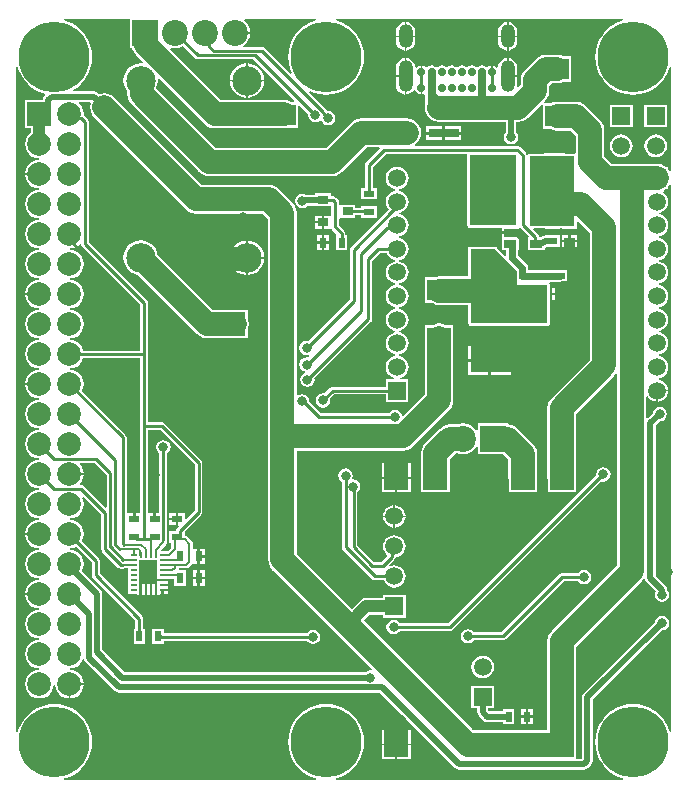
<source format=gtl>
G04*
G04 #@! TF.GenerationSoftware,Altium Limited,Altium Designer,20.0.13 (296)*
G04*
G04 Layer_Physical_Order=1*
G04 Layer_Color=255*
%FSLAX44Y44*%
%MOMM*%
G71*
G01*
G75*
%ADD10C,0.2000*%
%ADD12C,0.5000*%
%ADD14C,0.2540*%
%ADD39R,2.0000X1.8000*%
%ADD40R,1.0000X0.7000*%
%ADD41R,0.5000X0.2300*%
%ADD42R,0.2300X0.5000*%
%ADD43R,0.6000X0.9000*%
%ADD44R,0.9000X0.6000*%
%ADD45R,0.9000X0.7000*%
%ADD46R,1.4000X2.8000*%
%ADD47R,1.8000X2.0000*%
%ADD48R,3.2000X2.0000*%
%ADD49R,2.5000X0.8000*%
%ADD50C,2.0000*%
%ADD51C,0.7000*%
%ADD52C,1.0000*%
%ADD53C,0.6000*%
%ADD54R,3.3020X1.5200*%
%ADD55R,6.5000X3.2750*%
%ADD56R,3.7750X5.9050*%
%ADD57R,3.9750X5.9250*%
%ADD58R,1.5000X1.5000*%
%ADD59C,1.5000*%
%ADD60O,1.2000X2.0000*%
%ADD61O,1.2000X2.7000*%
%ADD62C,0.7100*%
%ADD63R,2.0000X2.0000*%
%ADD64C,2.5000*%
%ADD65R,2.0000X2.0000*%
%ADD66C,2.0000*%
%ADD67C,2.2000*%
%ADD68R,2.2000X2.2000*%
%ADD69C,6.0000*%
%ADD70C,0.8000*%
G36*
X1706393Y936393D02*
X1707474Y935670D01*
X1708750Y935416D01*
X1755869D01*
X1790612Y900673D01*
X1790126Y899500D01*
X1787508D01*
X1784633Y900691D01*
X1781500Y901104D01*
X1728513D01*
X1685294Y944323D01*
X1686000Y945379D01*
X1686106Y945335D01*
X1689500Y944888D01*
X1692894Y945335D01*
X1696056Y946645D01*
X1696104Y946681D01*
X1706393Y936393D01*
D02*
G37*
G36*
X1651100Y969702D02*
Y945000D01*
X1653312D01*
X1653409Y944267D01*
X1654618Y941348D01*
X1656541Y938841D01*
X1662279Y933104D01*
X1661717Y931965D01*
X1660500Y932125D01*
X1656715Y931627D01*
X1653187Y930166D01*
X1650159Y927841D01*
X1647834Y924813D01*
X1646373Y921285D01*
X1645875Y917500D01*
X1646373Y913715D01*
X1647834Y910187D01*
X1649353Y908208D01*
Y905793D01*
X1649766Y902661D01*
X1650975Y899742D01*
X1652898Y897235D01*
X1710191Y839941D01*
X1712698Y838018D01*
X1715617Y836809D01*
X1718750Y836396D01*
X1782000D01*
X1782000Y836396D01*
X1822500D01*
X1825633Y836809D01*
X1828552Y838018D01*
X1831059Y839941D01*
X1852263Y861146D01*
X1862385D01*
X1862911Y859876D01*
X1851393Y848357D01*
X1850670Y847276D01*
X1850416Y846000D01*
Y826800D01*
X1847250D01*
Y816800D01*
X1860250D01*
Y826800D01*
X1857084D01*
Y844619D01*
X1867881Y855416D01*
X1936346D01*
X1937230Y854146D01*
X1937211Y854050D01*
Y794800D01*
X1937366Y794020D01*
X1937808Y793358D01*
X1938470Y792916D01*
X1939250Y792761D01*
X1966500D01*
Y789750D01*
X1973500D01*
X1980500D01*
Y792566D01*
X1980999Y792905D01*
X1981770Y793015D01*
X1988950Y785835D01*
X1988500Y784750D01*
X1988500D01*
Y773750D01*
X2002500D01*
Y775861D01*
X2003256Y776011D01*
X2004062Y776550D01*
X2015500D01*
Y786550D01*
X2002500D01*
Y785838D01*
X2000744Y785489D01*
X1999770Y784838D01*
X1997762D01*
Y785072D01*
X1997508Y786348D01*
X1996785Y787430D01*
X1992928Y791288D01*
X1993414Y792461D01*
X2002500D01*
Y792150D01*
X2015500D01*
Y792461D01*
X2017000D01*
Y792150D01*
X2030000D01*
Y794302D01*
X2030039Y794500D01*
Y797326D01*
X2031213Y797812D01*
X2040646Y788379D01*
Y681264D01*
X2008441Y649059D01*
X2006518Y646552D01*
X2005309Y643633D01*
X2004896Y640500D01*
Y581250D01*
X2005000Y580463D01*
Y569250D01*
X2016213D01*
X2017000Y569146D01*
X2017787Y569250D01*
X2029000D01*
Y580463D01*
X2029104Y581250D01*
Y635487D01*
X2061308Y667691D01*
X2062876Y669735D01*
X2064146Y669304D01*
X2064146Y507514D01*
X2008441Y451809D01*
X2006518Y449302D01*
X2005309Y446383D01*
X2004896Y443250D01*
Y367354D01*
X1942263D01*
X1849301Y460316D01*
X1854124Y465140D01*
X1865750D01*
Y462700D01*
X1884750D01*
Y481700D01*
X1865750D01*
Y479260D01*
X1851200D01*
X1849373Y479020D01*
X1847670Y478315D01*
X1846208Y477192D01*
X1839316Y470301D01*
X1792604Y517013D01*
Y604146D01*
X1882750D01*
X1885883Y604559D01*
X1888802Y605768D01*
X1891308Y607691D01*
X1921808Y638191D01*
X1923732Y640698D01*
X1924941Y643617D01*
X1925354Y646750D01*
Y699750D01*
X1925250Y700537D01*
Y710750D01*
X1918051D01*
X1916383Y711441D01*
X1913250Y711853D01*
X1910117Y711441D01*
X1908449Y710750D01*
X1901250D01*
Y700537D01*
X1901146Y699750D01*
Y651763D01*
X1882950Y633567D01*
X1881572Y633985D01*
X1881402Y634841D01*
X1880076Y636826D01*
X1878091Y638152D01*
X1875750Y638618D01*
X1873409Y638152D01*
X1871424Y636826D01*
X1870762Y635834D01*
X1865721D01*
X1864464Y635584D01*
X1812926D01*
X1803225Y645284D01*
X1803367Y646000D01*
X1802902Y648341D01*
X1801576Y650326D01*
X1799591Y651652D01*
X1797250Y652117D01*
X1794909Y651652D01*
X1793874Y650960D01*
X1792604Y651639D01*
Y805284D01*
X1792191Y808417D01*
X1790982Y811336D01*
X1789059Y813843D01*
X1777343Y825558D01*
X1774836Y827482D01*
X1771917Y828691D01*
X1768784Y829103D01*
X1712513D01*
X1638309Y903308D01*
X1638309Y903308D01*
X1635802Y905232D01*
X1632883Y906441D01*
X1629750Y906853D01*
X1626617Y906441D01*
X1625154Y905835D01*
X1623994Y906994D01*
X1622506Y907989D01*
X1620750Y908338D01*
X1603587D01*
X1603229Y909608D01*
X1606367Y911531D01*
X1610197Y914803D01*
X1613469Y918633D01*
X1616100Y922927D01*
X1618028Y927581D01*
X1619204Y932479D01*
X1619599Y937500D01*
X1619204Y942521D01*
X1618028Y947419D01*
X1616100Y952073D01*
X1613469Y956367D01*
X1610197Y960197D01*
X1606367Y963469D01*
X1602073Y966100D01*
X1597419Y968028D01*
X1595736Y968432D01*
X1595886Y969702D01*
X1651100Y969702D01*
D02*
G37*
G36*
X1809112Y969702D02*
X1809262Y968432D01*
X1807581Y968028D01*
X1802927Y966100D01*
X1798633Y963469D01*
X1794803Y960197D01*
X1791531Y956367D01*
X1788900Y952073D01*
X1786972Y947419D01*
X1785796Y942521D01*
X1785401Y937500D01*
X1785796Y932479D01*
X1786972Y927581D01*
X1788437Y924045D01*
X1787360Y923326D01*
X1765788Y944898D01*
X1764707Y945620D01*
X1763431Y945874D01*
X1747938D01*
X1747507Y947144D01*
X1749572Y948728D01*
X1751655Y951444D01*
X1752965Y954606D01*
X1753313Y957250D01*
X1740300D01*
Y958750D01*
X1753313D01*
X1752965Y961394D01*
X1751655Y964556D01*
X1749572Y967272D01*
X1748060Y968432D01*
X1748491Y969702D01*
X1809112Y969702D01*
D02*
G37*
G36*
X2069110Y969701D02*
X2069260Y968431D01*
X2067581Y968028D01*
X2062927Y966100D01*
X2058633Y963469D01*
X2054803Y960197D01*
X2051531Y956367D01*
X2048900Y952073D01*
X2046972Y947419D01*
X2045796Y942521D01*
X2045401Y937500D01*
X2045796Y932479D01*
X2046972Y927581D01*
X2048900Y922927D01*
X2051531Y918633D01*
X2054803Y914803D01*
X2058633Y911531D01*
X2062927Y908900D01*
X2067581Y906972D01*
X2072479Y905796D01*
X2077500Y905401D01*
X2082521Y905796D01*
X2087419Y906972D01*
X2092073Y908900D01*
X2096367Y911531D01*
X2100197Y914803D01*
X2103469Y918633D01*
X2106100Y922927D01*
X2108028Y927581D01*
X2108432Y929264D01*
X2109702Y929114D01*
X2109702Y840822D01*
X2108432Y840569D01*
X2108232Y841052D01*
X2107250Y842332D01*
Y844500D01*
X2105082D01*
X2103802Y845482D01*
X2100883Y846691D01*
X2097750Y847104D01*
X2059263D01*
X2053104Y853263D01*
Y875534D01*
X2052691Y878667D01*
X2051482Y881586D01*
X2049559Y884093D01*
X2037843Y895808D01*
X2035336Y897732D01*
X2032417Y898941D01*
X2029284Y899353D01*
X2013000D01*
X2009867Y898941D01*
X2008199Y898250D01*
X2002776D01*
X2002290Y899423D01*
X2002809Y899941D01*
X2004732Y902448D01*
X2005941Y905367D01*
X2006354Y908500D01*
Y912737D01*
X2008763Y915146D01*
X2013000D01*
X2016133Y915559D01*
X2017801Y916250D01*
X2025000D01*
Y926463D01*
X2025104Y927250D01*
X2025000Y928037D01*
Y938250D01*
X2017801D01*
X2016133Y938941D01*
X2013000Y939354D01*
X2003750D01*
X2000617Y938941D01*
X1997698Y937732D01*
X1995191Y935808D01*
X1985692Y926309D01*
X1983768Y923802D01*
X1982559Y920883D01*
X1982146Y917750D01*
Y913513D01*
X1980361Y911728D01*
X1979158Y912321D01*
X1979320Y913550D01*
Y920300D01*
X1971251D01*
Y921050D01*
X1970501D01*
Y936520D01*
X1969163Y936344D01*
X1967217Y935538D01*
X1965546Y934256D01*
X1964263Y932585D01*
X1963457Y930638D01*
X1963220Y928839D01*
X1962463Y928528D01*
X1961912Y928511D01*
X1961752Y928750D01*
X1959917Y929977D01*
X1958501Y930258D01*
Y924749D01*
X1957001D01*
Y930258D01*
X1955585Y929977D01*
X1953750Y928750D01*
X1953251D01*
X1951415Y929977D01*
X1949250Y930407D01*
X1947084Y929977D01*
X1945961Y929226D01*
X1945000Y928848D01*
X1944039Y929226D01*
X1942916Y929977D01*
X1940751Y930407D01*
X1938585Y929977D01*
X1936750Y928750D01*
X1936251D01*
X1934415Y929977D01*
X1932249Y930407D01*
X1930084Y929977D01*
X1928961Y929226D01*
X1928000Y928848D01*
X1927039Y929226D01*
X1925916Y929977D01*
X1923751Y930407D01*
X1921585Y929977D01*
X1919749Y928750D01*
X1919250D01*
X1917415Y929977D01*
X1915249Y930407D01*
X1913084Y929977D01*
X1911961Y929226D01*
X1911000Y928848D01*
X1910039Y929226D01*
X1908916Y929977D01*
X1906750Y930407D01*
X1904585Y929977D01*
X1902749Y928750D01*
X1902250D01*
X1900414Y929977D01*
X1898999Y930258D01*
Y924749D01*
X1897499D01*
Y930258D01*
X1896084Y929977D01*
X1894248Y928750D01*
X1894088Y928511D01*
X1893537Y928528D01*
X1892780Y928839D01*
X1892543Y930638D01*
X1891737Y932585D01*
X1890455Y934256D01*
X1888783Y935538D01*
X1886837Y936344D01*
X1885499Y936520D01*
Y921050D01*
Y905580D01*
X1886837Y905756D01*
X1888783Y906562D01*
X1890455Y907844D01*
X1891660Y909416D01*
X1892079Y909437D01*
X1892993Y909228D01*
X1893021Y909086D01*
X1894248Y907250D01*
X1896084Y906023D01*
X1897499Y905742D01*
Y911251D01*
X1898999D01*
Y905742D01*
X1899873Y905915D01*
X1900085Y905871D01*
X1900976Y905220D01*
X1901143Y904982D01*
Y894000D01*
X1901349Y892964D01*
X1901559Y891368D01*
X1902768Y888449D01*
X1904691Y885942D01*
X1907198Y884018D01*
X1910117Y882809D01*
X1913250Y882397D01*
X1969412D01*
Y873433D01*
X1968348Y871841D01*
X1967882Y869500D01*
X1968348Y867159D01*
X1969674Y865174D01*
X1971659Y863848D01*
X1974000Y863382D01*
X1976341Y863848D01*
X1978326Y865174D01*
X1979652Y867159D01*
X1980117Y869500D01*
X1979652Y871841D01*
X1978588Y873433D01*
Y882397D01*
X1980250D01*
X1983383Y882809D01*
X1986302Y884018D01*
X1988809Y885942D01*
X1999827Y896960D01*
X2001000Y896474D01*
Y888037D01*
X2000896Y887250D01*
X2001000Y886463D01*
Y876250D01*
X2008199D01*
X2009867Y875559D01*
X2013000Y875146D01*
X2024271D01*
X2028896Y870521D01*
Y856706D01*
X2028000Y855589D01*
X2019750D01*
Y855800D01*
X2001750D01*
Y855589D01*
X1990250D01*
X1989470Y855434D01*
X1988808Y854992D01*
X1988556Y854615D01*
X1987385Y854694D01*
X1987235Y854749D01*
X1987080Y855526D01*
X1986358Y856608D01*
X1981858Y861107D01*
X1980776Y861830D01*
X1979500Y862084D01*
X1892997D01*
X1892566Y863354D01*
X1894308Y864691D01*
X1896232Y867198D01*
X1897441Y870117D01*
X1897854Y873250D01*
X1897441Y876383D01*
X1896232Y879302D01*
X1894308Y881808D01*
X1891802Y883732D01*
X1888883Y884941D01*
X1885750Y885354D01*
X1847250D01*
X1844117Y884941D01*
X1841198Y883732D01*
X1838692Y881808D01*
X1817487Y860603D01*
X1782000D01*
X1782000Y860604D01*
X1723763D01*
X1673560Y910807D01*
Y911140D01*
X1674627Y913715D01*
X1675125Y917500D01*
X1674965Y918717D01*
X1676104Y919279D01*
X1714942Y880442D01*
X1717448Y878518D01*
X1720367Y877309D01*
X1723500Y876896D01*
X1781500D01*
X1784633Y877309D01*
X1785094Y877500D01*
X1794000D01*
Y895626D01*
X1795173Y896112D01*
X1802491Y888794D01*
X1802383Y888250D01*
X1802848Y885909D01*
X1804174Y883924D01*
X1806159Y882598D01*
X1808500Y882132D01*
X1810841Y882598D01*
X1812274Y883556D01*
X1813431Y883427D01*
X1813773Y883146D01*
X1814924Y881424D01*
X1816909Y880098D01*
X1819250Y879632D01*
X1821591Y880098D01*
X1823576Y881424D01*
X1824902Y883409D01*
X1825367Y885750D01*
X1824902Y888091D01*
X1823576Y890076D01*
X1821591Y891402D01*
X1819250Y891868D01*
X1818432Y891705D01*
X1818147Y891990D01*
X1818100Y892227D01*
X1817377Y893308D01*
X1803326Y907360D01*
X1804045Y908437D01*
X1807581Y906972D01*
X1812479Y905796D01*
X1817500Y905401D01*
X1822521Y905796D01*
X1827419Y906972D01*
X1832073Y908900D01*
X1836367Y911531D01*
X1840197Y914803D01*
X1843469Y918633D01*
X1846100Y922927D01*
X1848028Y927581D01*
X1849204Y932479D01*
X1849599Y937500D01*
X1849204Y942521D01*
X1848028Y947419D01*
X1846100Y952073D01*
X1843469Y956367D01*
X1840197Y960197D01*
X1836367Y963469D01*
X1832073Y966100D01*
X1827419Y968028D01*
X1825738Y968432D01*
X1825888Y969702D01*
X2069110Y969701D01*
D02*
G37*
G36*
X1610236Y778681D02*
X1610366Y778028D01*
X1611089Y776946D01*
X1659915Y728120D01*
Y688887D01*
X1611897D01*
X1611891Y688933D01*
X1610682Y691852D01*
X1608759Y694359D01*
X1606252Y696282D01*
X1603333Y697491D01*
X1600535Y697859D01*
Y699140D01*
X1603333Y699509D01*
X1606252Y700718D01*
X1608759Y702642D01*
X1610682Y705148D01*
X1611891Y708067D01*
X1612304Y711200D01*
X1611891Y714333D01*
X1610682Y717252D01*
X1608759Y719759D01*
X1606252Y721682D01*
X1603333Y722891D01*
X1600535Y723260D01*
Y724540D01*
X1603333Y724909D01*
X1606252Y726118D01*
X1608759Y728042D01*
X1610682Y730548D01*
X1611891Y733467D01*
X1612304Y736600D01*
X1611891Y739733D01*
X1610682Y742652D01*
X1608759Y745158D01*
X1606252Y747082D01*
X1603333Y748291D01*
X1600535Y748660D01*
Y749940D01*
X1603333Y750309D01*
X1606252Y751518D01*
X1608759Y753441D01*
X1610682Y755948D01*
X1611891Y758867D01*
X1612304Y762000D01*
X1611891Y765133D01*
X1610682Y768052D01*
X1608759Y770558D01*
X1606252Y772482D01*
X1603333Y773691D01*
X1600535Y774060D01*
Y775340D01*
X1603333Y775709D01*
X1606252Y776918D01*
X1608759Y778841D01*
X1608878Y778998D01*
X1610236Y778681D01*
D02*
G37*
G36*
X1631626Y583409D02*
Y556249D01*
X1630453Y555762D01*
X1612178Y574038D01*
X1611096Y574760D01*
X1609820Y575014D01*
X1609252Y576284D01*
X1610682Y578148D01*
X1611891Y581067D01*
X1612205Y583450D01*
X1600200D01*
Y584950D01*
X1612205D01*
X1611891Y587333D01*
X1610682Y590252D01*
X1608975Y592476D01*
X1609395Y593746D01*
X1621289D01*
X1631626Y583409D01*
D02*
G37*
G36*
X1659915Y680620D02*
X1659906Y680576D01*
Y625250D01*
Y551300D01*
X1656250D01*
Y546300D01*
X1654250D01*
Y551300D01*
X1648750D01*
X1648604Y552510D01*
Y615330D01*
X1648350Y616606D01*
X1647628Y617687D01*
X1610765Y654550D01*
X1611891Y657267D01*
X1612304Y660400D01*
X1611891Y663533D01*
X1610682Y666452D01*
X1608759Y668959D01*
X1606252Y670882D01*
X1603333Y672091D01*
X1600535Y672459D01*
Y673740D01*
X1603333Y674109D01*
X1606252Y675318D01*
X1608759Y677242D01*
X1610682Y679748D01*
X1611706Y682219D01*
X1659915D01*
Y680620D01*
D02*
G37*
G36*
X1706166Y592619D02*
Y553681D01*
X1698923Y546438D01*
X1697750Y546924D01*
Y551350D01*
X1692250D01*
Y546350D01*
Y541170D01*
X1692662Y540177D01*
X1691142Y538657D01*
X1690420Y537576D01*
X1690166Y536300D01*
Y535750D01*
X1684750D01*
Y525750D01*
X1686441D01*
Y521999D01*
X1684525Y520083D01*
X1683600Y519250D01*
X1678235D01*
X1677749Y520423D01*
X1681913Y524587D01*
X1682576Y525579D01*
X1682809Y526750D01*
X1682809Y526750D01*
Y527442D01*
X1682830Y527474D01*
X1683084Y528750D01*
Y602012D01*
X1684076Y602674D01*
X1685402Y604659D01*
X1685867Y607000D01*
X1685402Y609341D01*
X1684076Y611326D01*
X1682091Y612652D01*
X1679750Y613117D01*
X1677409Y612652D01*
X1675424Y611326D01*
X1674098Y609341D01*
X1673633Y607000D01*
X1674098Y604659D01*
X1675424Y602674D01*
X1676416Y602012D01*
Y551300D01*
X1673250D01*
Y546300D01*
X1671250D01*
Y551300D01*
X1666575D01*
Y621916D01*
X1676869D01*
X1706166Y592619D01*
D02*
G37*
G36*
X1618151Y898106D02*
X1618059Y897883D01*
X1617646Y894750D01*
X1618059Y891617D01*
X1619268Y888698D01*
X1621192Y886191D01*
X1698941Y808441D01*
X1701448Y806518D01*
X1704367Y805309D01*
X1707500Y804896D01*
X1763771D01*
X1768396Y800271D01*
Y616250D01*
Y512000D01*
X1768809Y508867D01*
X1770018Y505948D01*
X1771942Y503442D01*
X1827191Y448191D01*
X1856212Y419171D01*
X1855586Y418001D01*
X1855000Y418117D01*
X1852659Y417652D01*
X1851067Y416588D01*
X1646900D01*
X1628088Y435401D01*
Y483000D01*
X1627739Y484756D01*
X1626744Y486244D01*
X1610787Y502202D01*
X1611891Y504867D01*
X1612304Y508000D01*
X1611891Y511133D01*
X1610682Y514052D01*
X1608759Y516558D01*
X1606252Y518482D01*
X1603333Y519691D01*
X1600535Y520060D01*
Y521340D01*
X1603333Y521709D01*
X1606050Y522835D01*
X1619166Y509719D01*
Y498750D01*
X1619420Y497474D01*
X1620143Y496393D01*
X1656116Y460419D01*
Y453500D01*
X1654450D01*
Y440500D01*
X1664450D01*
Y453500D01*
X1662784D01*
Y461800D01*
X1662530Y463076D01*
X1661808Y464157D01*
X1625834Y500131D01*
Y511100D01*
X1625580Y512376D01*
X1624857Y513457D01*
X1610765Y527550D01*
X1611891Y530267D01*
X1612304Y533400D01*
X1611891Y536533D01*
X1610682Y539452D01*
X1608759Y541959D01*
X1606252Y543882D01*
X1603333Y545091D01*
X1600535Y545460D01*
Y546740D01*
X1603333Y547109D01*
X1606252Y548318D01*
X1608759Y550242D01*
X1610682Y552748D01*
X1611891Y555667D01*
X1612304Y558800D01*
X1611891Y561933D01*
X1611067Y563922D01*
X1612144Y564641D01*
X1627166Y549619D01*
Y520750D01*
X1627420Y519474D01*
X1628143Y518392D01*
X1641393Y505142D01*
X1642474Y504420D01*
X1643750Y504166D01*
X1645750D01*
X1647026Y504420D01*
X1647058Y504441D01*
X1650200D01*
Y495750D01*
Y482850D01*
X1657300D01*
Y481850D01*
X1659450D01*
Y486350D01*
Y490850D01*
X1659200D01*
Y491450D01*
Y495750D01*
Y500050D01*
Y504350D01*
Y508650D01*
Y511250D01*
X1674600D01*
Y508650D01*
Y504350D01*
Y500050D01*
Y495750D01*
Y495600D01*
X1683600D01*
Y495841D01*
X1688950D01*
Y489750D01*
X1698950D01*
Y502750D01*
X1693741D01*
X1693019Y504020D01*
X1693270Y504441D01*
X1699250D01*
X1699250Y504441D01*
X1700420Y504674D01*
X1701413Y505337D01*
X1703513Y507437D01*
X1704550Y508000D01*
X1708550D01*
Y514500D01*
Y521000D01*
X1704809D01*
Y525500D01*
X1704809Y525500D01*
X1704576Y526671D01*
X1703913Y527663D01*
X1703913Y527663D01*
X1700163Y531413D01*
X1699171Y532076D01*
X1698000Y532309D01*
X1697750Y533553D01*
Y535750D01*
X1697750Y535750D01*
X1697750D01*
X1698551Y536635D01*
X1711857Y549943D01*
X1712580Y551024D01*
X1712834Y552300D01*
Y594000D01*
X1712580Y595276D01*
X1711857Y596357D01*
X1680607Y627607D01*
X1679526Y628330D01*
X1678250Y628584D01*
X1666575D01*
Y680541D01*
X1666583Y680585D01*
Y729501D01*
X1666329Y730777D01*
X1665607Y731858D01*
X1616781Y780685D01*
Y882000D01*
X1616527Y883276D01*
X1615804Y884358D01*
X1612171Y887991D01*
X1612304Y889000D01*
X1611891Y892133D01*
X1610682Y895052D01*
X1608759Y897559D01*
X1608236Y897959D01*
X1608645Y899162D01*
X1617446D01*
X1618151Y898106D01*
D02*
G37*
G36*
X1556972Y927581D02*
X1558900Y922927D01*
X1561531Y918633D01*
X1564803Y914803D01*
X1568633Y911531D01*
X1572927Y908900D01*
X1577581Y906972D01*
X1579868Y906423D01*
X1580212Y905201D01*
X1579056Y904044D01*
X1578061Y902556D01*
X1577752Y901000D01*
X1562800D01*
Y877000D01*
X1567740D01*
Y873308D01*
X1566241Y872159D01*
X1564318Y869652D01*
X1563109Y866733D01*
X1562696Y863600D01*
X1563109Y860467D01*
X1564318Y857548D01*
X1566241Y855042D01*
X1568748Y853118D01*
X1571667Y851909D01*
X1574465Y851541D01*
Y850259D01*
X1571667Y849891D01*
X1568748Y848682D01*
X1566241Y846758D01*
X1564318Y844252D01*
X1563109Y841333D01*
X1562795Y838950D01*
X1574800D01*
Y837450D01*
X1562795D01*
X1563109Y835067D01*
X1564318Y832148D01*
X1566241Y829641D01*
X1568748Y827718D01*
X1571667Y826509D01*
X1574465Y826141D01*
Y824859D01*
X1571667Y824491D01*
X1568748Y823282D01*
X1566241Y821358D01*
X1564318Y818852D01*
X1563109Y815933D01*
X1562696Y812800D01*
X1563109Y809667D01*
X1564318Y806748D01*
X1566241Y804241D01*
X1568748Y802318D01*
X1571667Y801109D01*
X1574465Y800741D01*
Y799460D01*
X1571667Y799091D01*
X1568748Y797882D01*
X1566241Y795958D01*
X1564318Y793452D01*
X1563109Y790533D01*
X1562696Y787400D01*
X1563109Y784267D01*
X1564318Y781348D01*
X1566241Y778841D01*
X1568748Y776918D01*
X1571667Y775709D01*
X1574465Y775340D01*
Y774060D01*
X1571667Y773691D01*
X1568748Y772482D01*
X1566241Y770558D01*
X1564318Y768052D01*
X1563109Y765133D01*
X1562696Y762000D01*
X1563109Y758867D01*
X1564318Y755948D01*
X1566241Y753441D01*
X1568748Y751518D01*
X1571667Y750309D01*
X1574465Y749940D01*
Y748660D01*
X1571667Y748291D01*
X1568748Y747082D01*
X1566241Y745158D01*
X1564318Y742652D01*
X1563109Y739733D01*
X1562795Y737350D01*
X1574800D01*
Y735850D01*
X1562795D01*
X1563109Y733467D01*
X1564318Y730548D01*
X1566241Y728042D01*
X1568748Y726118D01*
X1571667Y724909D01*
X1574465Y724540D01*
Y723260D01*
X1571667Y722891D01*
X1568748Y721682D01*
X1566241Y719759D01*
X1564318Y717252D01*
X1563109Y714333D01*
X1562696Y711200D01*
X1563109Y708067D01*
X1564318Y705148D01*
X1566241Y702642D01*
X1568748Y700718D01*
X1571667Y699509D01*
X1574465Y699140D01*
Y697859D01*
X1571667Y697491D01*
X1568748Y696282D01*
X1566241Y694359D01*
X1564318Y691852D01*
X1563109Y688933D01*
X1562696Y685800D01*
X1563109Y682667D01*
X1564318Y679748D01*
X1566241Y677242D01*
X1568748Y675318D01*
X1571667Y674109D01*
X1574465Y673740D01*
Y672459D01*
X1571667Y672091D01*
X1568748Y670882D01*
X1566241Y668959D01*
X1564318Y666452D01*
X1563109Y663533D01*
X1562795Y661150D01*
X1574800D01*
Y659650D01*
X1562795D01*
X1563109Y657267D01*
X1564318Y654348D01*
X1566241Y651842D01*
X1568748Y649918D01*
X1571667Y648709D01*
X1574465Y648341D01*
Y647059D01*
X1571667Y646691D01*
X1568748Y645482D01*
X1566241Y643559D01*
X1564318Y641052D01*
X1563109Y638133D01*
X1562696Y635000D01*
X1563109Y631867D01*
X1564318Y628948D01*
X1566241Y626441D01*
X1568748Y624518D01*
X1571667Y623309D01*
X1574465Y622940D01*
Y621660D01*
X1571667Y621291D01*
X1568748Y620082D01*
X1566241Y618158D01*
X1564318Y615652D01*
X1563109Y612733D01*
X1562696Y609600D01*
X1563109Y606467D01*
X1564318Y603548D01*
X1566241Y601041D01*
X1568748Y599118D01*
X1571667Y597909D01*
X1574465Y597541D01*
Y596259D01*
X1571667Y595891D01*
X1568748Y594682D01*
X1566241Y592758D01*
X1564318Y590252D01*
X1563109Y587333D01*
X1562696Y584200D01*
X1563109Y581067D01*
X1564318Y578148D01*
X1566241Y575642D01*
X1568748Y573718D01*
X1571667Y572509D01*
X1574465Y572141D01*
Y570859D01*
X1571667Y570491D01*
X1568748Y569282D01*
X1566241Y567359D01*
X1564318Y564852D01*
X1563109Y561933D01*
X1562696Y558800D01*
X1563109Y555667D01*
X1564318Y552748D01*
X1566241Y550242D01*
X1568748Y548318D01*
X1571667Y547109D01*
X1574465Y546740D01*
Y545460D01*
X1571667Y545091D01*
X1568748Y543882D01*
X1566241Y541959D01*
X1564318Y539452D01*
X1563109Y536533D01*
X1562795Y534150D01*
X1574800D01*
Y532650D01*
X1562795D01*
X1563109Y530267D01*
X1564318Y527348D01*
X1566241Y524841D01*
X1568748Y522918D01*
X1571667Y521709D01*
X1574465Y521340D01*
Y520060D01*
X1571667Y519691D01*
X1568748Y518482D01*
X1566241Y516558D01*
X1564318Y514052D01*
X1563109Y511133D01*
X1562696Y508000D01*
X1563109Y504867D01*
X1564318Y501948D01*
X1566241Y499441D01*
X1568748Y497518D01*
X1571667Y496309D01*
X1574465Y495941D01*
Y494660D01*
X1571667Y494291D01*
X1568748Y493082D01*
X1566241Y491158D01*
X1564318Y488652D01*
X1563109Y485733D01*
X1562795Y483350D01*
X1574800D01*
Y481850D01*
X1562795D01*
X1563109Y479467D01*
X1564318Y476548D01*
X1566241Y474041D01*
X1568748Y472118D01*
X1571667Y470909D01*
X1574465Y470541D01*
Y469259D01*
X1571667Y468891D01*
X1568748Y467682D01*
X1566241Y465759D01*
X1564318Y463252D01*
X1563109Y460333D01*
X1562696Y457200D01*
X1563109Y454067D01*
X1564318Y451148D01*
X1566241Y448642D01*
X1568748Y446718D01*
X1571667Y445509D01*
X1574465Y445140D01*
Y443859D01*
X1571667Y443491D01*
X1568748Y442282D01*
X1566241Y440359D01*
X1564318Y437852D01*
X1563109Y434933D01*
X1562696Y431800D01*
X1563109Y428667D01*
X1564318Y425748D01*
X1566241Y423242D01*
X1568748Y421318D01*
X1571667Y420109D01*
X1574465Y419740D01*
Y418460D01*
X1571667Y418091D01*
X1568748Y416882D01*
X1566241Y414958D01*
X1564318Y412452D01*
X1563109Y409533D01*
X1562696Y406400D01*
X1563109Y403267D01*
X1564318Y400348D01*
X1566241Y397841D01*
X1568748Y395918D01*
X1571667Y394709D01*
X1574800Y394296D01*
X1577933Y394709D01*
X1580852Y395918D01*
X1583358Y397841D01*
X1585282Y400348D01*
X1586491Y403267D01*
X1586859Y406065D01*
X1588141D01*
X1588509Y403267D01*
X1589718Y400348D01*
X1591642Y397841D01*
X1594148Y395918D01*
X1597067Y394709D01*
X1599450Y394395D01*
Y406400D01*
X1600200D01*
Y407150D01*
X1612205D01*
X1611891Y409533D01*
X1610682Y412452D01*
X1608759Y414958D01*
X1606252Y416882D01*
X1603333Y418091D01*
X1600535Y418460D01*
Y419740D01*
X1603333Y420109D01*
X1606252Y421318D01*
X1608759Y423242D01*
X1610682Y425748D01*
X1611379Y427431D01*
X1612700Y427301D01*
X1612761Y426994D01*
X1613756Y425506D01*
X1638756Y400506D01*
X1640244Y399511D01*
X1642000Y399162D01*
X1863100D01*
X1927006Y335256D01*
X1928494Y334261D01*
X1930250Y333912D01*
X2035821D01*
X2037577Y334261D01*
X2039065Y335256D01*
X2041994Y338185D01*
X2042989Y339673D01*
X2043338Y341429D01*
Y393349D01*
X2102213Y452225D01*
X2104091Y452598D01*
X2106076Y453924D01*
X2107402Y455909D01*
X2107867Y458250D01*
X2107402Y460591D01*
X2106076Y462576D01*
X2104091Y463902D01*
X2101750Y464367D01*
X2099409Y463902D01*
X2097424Y462576D01*
X2096098Y460591D01*
X2095725Y458713D01*
X2035506Y398494D01*
X2034511Y397006D01*
X2034162Y395250D01*
Y343329D01*
X2033921Y343088D01*
X2030203D01*
X2029000Y343250D01*
Y354463D01*
X2029104Y355250D01*
Y438237D01*
X2084809Y493941D01*
X2086219Y495779D01*
X2087576Y495462D01*
X2087761Y494534D01*
X2088756Y493046D01*
X2096543Y485258D01*
X2096098Y484591D01*
X2095632Y482250D01*
X2096098Y479909D01*
X2097424Y477924D01*
X2099409Y476598D01*
X2101750Y476132D01*
X2104091Y476598D01*
X2106076Y477924D01*
X2107402Y479909D01*
X2107867Y482250D01*
X2107402Y484591D01*
X2106338Y486183D01*
Y486540D01*
X2105989Y488296D01*
X2104994Y489784D01*
X2096588Y498190D01*
Y625350D01*
X2100463Y629225D01*
X2102341Y629598D01*
X2104326Y630924D01*
X2105652Y632909D01*
X2106118Y635250D01*
X2105652Y637591D01*
X2104326Y639576D01*
X2102341Y640902D01*
X2100000Y641368D01*
X2097659Y640902D01*
X2095674Y639576D01*
X2094348Y637591D01*
X2093975Y635713D01*
X2089624Y631362D01*
X2088354Y631888D01*
Y649648D01*
X2088720Y649835D01*
X2089624Y649985D01*
X2090975Y648225D01*
X2092959Y646702D01*
X2095270Y645745D01*
X2097000Y645517D01*
Y655000D01*
X2097750D01*
Y655750D01*
X2107233D01*
X2107005Y657480D01*
X2106048Y659791D01*
X2104525Y661776D01*
X2102541Y663298D01*
X2100230Y664256D01*
X2099440Y664360D01*
Y665640D01*
X2100230Y665744D01*
X2102541Y666702D01*
X2104525Y668224D01*
X2106048Y670209D01*
X2107005Y672520D01*
X2107332Y675000D01*
X2107005Y677480D01*
X2106048Y679791D01*
X2104525Y681775D01*
X2102541Y683298D01*
X2100230Y684256D01*
X2099440Y684360D01*
Y685640D01*
X2100230Y685745D01*
X2102541Y686702D01*
X2104525Y688225D01*
X2106048Y690209D01*
X2107005Y692520D01*
X2107332Y695000D01*
X2107005Y697480D01*
X2106048Y699791D01*
X2104525Y701776D01*
X2102541Y703298D01*
X2100230Y704256D01*
X2099440Y704360D01*
Y705640D01*
X2100230Y705745D01*
X2102541Y706702D01*
X2104525Y708225D01*
X2106048Y710209D01*
X2107005Y712520D01*
X2107332Y715000D01*
X2107005Y717480D01*
X2106048Y719791D01*
X2104525Y721776D01*
X2102541Y723298D01*
X2100230Y724256D01*
X2099440Y724360D01*
Y725640D01*
X2100230Y725744D01*
X2102541Y726702D01*
X2104525Y728225D01*
X2106048Y730209D01*
X2107005Y732520D01*
X2107332Y735000D01*
X2107005Y737480D01*
X2106048Y739791D01*
X2104525Y741776D01*
X2102541Y743298D01*
X2100230Y744256D01*
X2099440Y744360D01*
Y745640D01*
X2100230Y745745D01*
X2102541Y746702D01*
X2104525Y748225D01*
X2106048Y750209D01*
X2107005Y752520D01*
X2107332Y755000D01*
X2107005Y757480D01*
X2106048Y759791D01*
X2104525Y761776D01*
X2102541Y763298D01*
X2100230Y764256D01*
X2099440Y764360D01*
Y765640D01*
X2100230Y765744D01*
X2102541Y766702D01*
X2104525Y768224D01*
X2106048Y770209D01*
X2107005Y772520D01*
X2107332Y775000D01*
X2107005Y777480D01*
X2106048Y779791D01*
X2104525Y781775D01*
X2102541Y783298D01*
X2100230Y784256D01*
X2099440Y784360D01*
Y785640D01*
X2100230Y785745D01*
X2102541Y786702D01*
X2104525Y788225D01*
X2106048Y790209D01*
X2107005Y792520D01*
X2107332Y795000D01*
X2107005Y797480D01*
X2106048Y799791D01*
X2104525Y801776D01*
X2102541Y803298D01*
X2100230Y804256D01*
X2099440Y804360D01*
Y805640D01*
X2100230Y805744D01*
X2102541Y806702D01*
X2104525Y808224D01*
X2106048Y810209D01*
X2107005Y812520D01*
X2107332Y815000D01*
X2107005Y817480D01*
X2106048Y819791D01*
X2104525Y821775D01*
X2103114Y822859D01*
X2103299Y824310D01*
X2103802Y824518D01*
X2105082Y825500D01*
X2107250D01*
Y827668D01*
X2108232Y828948D01*
X2108432Y829431D01*
X2109702Y829178D01*
X2109701Y365890D01*
X2108431Y365739D01*
X2108028Y367419D01*
X2106100Y372073D01*
X2103469Y376367D01*
X2100197Y380197D01*
X2096367Y383469D01*
X2092073Y386100D01*
X2087419Y388028D01*
X2082521Y389204D01*
X2077500Y389599D01*
X2072479Y389204D01*
X2067581Y388028D01*
X2062927Y386100D01*
X2058633Y383469D01*
X2054803Y380197D01*
X2051531Y376367D01*
X2048900Y372073D01*
X2046972Y367419D01*
X2045796Y362521D01*
X2045401Y357500D01*
X2045796Y352479D01*
X2046972Y347581D01*
X2048900Y342927D01*
X2051531Y338633D01*
X2054803Y334803D01*
X2058633Y331531D01*
X2062927Y328900D01*
X2067581Y326972D01*
X2069264Y326568D01*
X2069114Y325298D01*
X1825888Y325298D01*
X1825738Y326568D01*
X1827419Y326972D01*
X1832073Y328900D01*
X1836367Y331531D01*
X1840197Y334803D01*
X1843469Y338633D01*
X1846100Y342927D01*
X1848028Y347581D01*
X1849204Y352479D01*
X1849599Y357500D01*
X1849204Y362521D01*
X1848028Y367419D01*
X1846100Y372073D01*
X1843469Y376367D01*
X1840197Y380197D01*
X1836367Y383469D01*
X1832073Y386100D01*
X1827419Y388028D01*
X1822521Y389204D01*
X1817500Y389599D01*
X1812479Y389204D01*
X1807581Y388028D01*
X1802927Y386100D01*
X1798633Y383469D01*
X1794803Y380197D01*
X1791531Y376367D01*
X1788900Y372073D01*
X1786972Y367419D01*
X1785796Y362521D01*
X1785401Y357500D01*
X1785796Y352479D01*
X1786972Y347581D01*
X1788900Y342927D01*
X1791531Y338633D01*
X1794803Y334803D01*
X1798633Y331531D01*
X1802927Y328900D01*
X1807581Y326972D01*
X1809262Y326568D01*
X1809112Y325298D01*
X1595889Y325299D01*
X1595739Y326569D01*
X1597419Y326972D01*
X1602073Y328900D01*
X1606367Y331531D01*
X1610197Y334803D01*
X1613469Y338633D01*
X1616100Y342927D01*
X1618028Y347581D01*
X1619204Y352479D01*
X1619599Y357500D01*
X1619204Y362521D01*
X1618028Y367419D01*
X1616100Y372073D01*
X1613469Y376367D01*
X1610197Y380197D01*
X1606367Y383469D01*
X1602073Y386100D01*
X1597419Y388028D01*
X1592521Y389204D01*
X1587500Y389599D01*
X1582479Y389204D01*
X1577581Y388028D01*
X1572927Y386100D01*
X1568633Y383469D01*
X1564803Y380197D01*
X1561531Y376367D01*
X1558900Y372073D01*
X1556972Y367419D01*
X1556568Y365736D01*
X1555298Y365886D01*
X1555299Y929111D01*
X1556569Y929261D01*
X1556972Y927581D01*
D02*
G37*
%LPC*%
G36*
X1751250Y932026D02*
Y918250D01*
X1765026D01*
X1764627Y921285D01*
X1763166Y924813D01*
X1760842Y927841D01*
X1757813Y930166D01*
X1754285Y931627D01*
X1751250Y932026D01*
D02*
G37*
G36*
X1749750Y932026D02*
X1746715Y931627D01*
X1743188Y930166D01*
X1740159Y927841D01*
X1737834Y924813D01*
X1736373Y921285D01*
X1735974Y918250D01*
X1749750D01*
Y932026D01*
D02*
G37*
G36*
X1765026Y916750D02*
X1751250D01*
Y902974D01*
X1754285Y903373D01*
X1757813Y904834D01*
X1760842Y907159D01*
X1763166Y910187D01*
X1764627Y913715D01*
X1765026Y916750D01*
D02*
G37*
G36*
X1749750D02*
X1735974D01*
X1736373Y913715D01*
X1737834Y910187D01*
X1740159Y907159D01*
X1743188Y904834D01*
X1746715Y903373D01*
X1749750Y902974D01*
Y916750D01*
D02*
G37*
G36*
X1821250Y822000D02*
X1808250D01*
Y820665D01*
X1800569D01*
X1799841Y821152D01*
X1797500Y821618D01*
X1795159Y821152D01*
X1793174Y819826D01*
X1791848Y817841D01*
X1791382Y815500D01*
X1791848Y813159D01*
X1793174Y811174D01*
X1795159Y809848D01*
X1797500Y809382D01*
X1799841Y809848D01*
X1801826Y811174D01*
X1802036Y811489D01*
X1808250D01*
Y811000D01*
X1821250D01*
X1821666Y809902D01*
Y804098D01*
X1821250Y803000D01*
X1820396Y803000D01*
X1815750D01*
Y797500D01*
Y792000D01*
X1820710D01*
X1821250Y792000D01*
X1822367Y791631D01*
X1822643Y791220D01*
X1826008Y787855D01*
X1825550Y786750D01*
X1825550D01*
Y773750D01*
X1835550D01*
Y786750D01*
X1833884D01*
Y788027D01*
X1833630Y789303D01*
X1832908Y790385D01*
X1828334Y794958D01*
Y800645D01*
X1829250Y801500D01*
X1829604Y801500D01*
X1842250D01*
Y803266D01*
X1847250D01*
Y801200D01*
X1860250D01*
Y811200D01*
X1847250D01*
Y809934D01*
X1842250D01*
Y812500D01*
X1829604D01*
X1829250Y812500D01*
X1828334Y813355D01*
Y814589D01*
X1828080Y815865D01*
X1827357Y816947D01*
X1825870Y818435D01*
X1824788Y819157D01*
X1823512Y819411D01*
X1821250D01*
Y822000D01*
D02*
G37*
G36*
X1813750Y803000D02*
X1808250D01*
Y798500D01*
X1813750D01*
Y803000D01*
D02*
G37*
G36*
Y796500D02*
X1808250D01*
Y792000D01*
X1813750D01*
Y796500D01*
D02*
G37*
G36*
X2030000Y786550D02*
X2024500D01*
Y784550D01*
X2028000D01*
Y782550D01*
X2030000D01*
Y786550D01*
D02*
G37*
G36*
X2022500D02*
X2017000D01*
Y782550D01*
X2019000D01*
Y784550D01*
X2022500D01*
Y786550D01*
D02*
G37*
G36*
X1819950Y786750D02*
X1815950D01*
Y781250D01*
X1819950D01*
Y786750D01*
D02*
G37*
G36*
X1813950D02*
X1809950D01*
Y781250D01*
X1813950D01*
Y786750D01*
D02*
G37*
G36*
X2030000Y780550D02*
X2028000D01*
Y776550D01*
X2030000D01*
Y780550D01*
D02*
G37*
G36*
X2019000D02*
X2017000D01*
Y776550D01*
X2019000D01*
Y780550D01*
D02*
G37*
G36*
X1819950Y779250D02*
X1815950D01*
Y773750D01*
X1819950D01*
Y779250D01*
D02*
G37*
G36*
X1813950D02*
X1809950D01*
Y773750D01*
X1813950D01*
Y779250D01*
D02*
G37*
G36*
X1980500Y787750D02*
X1973500D01*
X1966500D01*
Y783250D01*
Y773750D01*
X1969891D01*
Y769652D01*
X1968718Y769166D01*
X1962000Y775884D01*
Y776800D01*
X1938000D01*
Y774947D01*
X1937961Y774750D01*
Y751604D01*
X1913500D01*
X1910367Y751191D01*
X1909302Y750750D01*
X1901250D01*
Y728750D01*
X1908095D01*
X1910367Y727809D01*
X1913500Y727396D01*
X1937961D01*
Y711800D01*
X1938116Y711020D01*
X1938558Y710358D01*
X1939220Y709916D01*
X1940000Y709761D01*
X2005000D01*
X2005780Y709916D01*
X2006442Y710358D01*
X2006884Y711020D01*
X2007039Y711800D01*
Y744550D01*
X2006884Y745330D01*
X2006442Y745992D01*
X2006842Y747252D01*
X2015500D01*
X2015992Y747350D01*
X2021750D01*
X2021750Y757350D01*
X2015992D01*
X2015500Y757448D01*
X1988848D01*
Y758750D01*
X1988460Y760701D01*
X1987355Y762355D01*
X1980087Y769623D01*
Y773750D01*
X1980500D01*
Y783250D01*
Y787750D01*
D02*
G37*
G36*
X2011000Y741750D02*
X2009000D01*
Y737750D01*
X2011000D01*
Y741750D01*
D02*
G37*
G36*
Y735750D02*
X2009000D01*
Y731750D01*
X2011000D01*
Y735750D01*
D02*
G37*
G36*
X1940000Y692550D02*
X1938000D01*
Y681550D01*
X1940000D01*
Y692550D01*
D02*
G37*
G36*
X1974000Y670550D02*
X1957000D01*
Y668550D01*
X1974000D01*
Y670550D01*
D02*
G37*
G36*
X1940000Y679550D02*
X1938000D01*
Y668550D01*
X1955000D01*
Y670550D01*
X1940000D01*
X1940000Y679550D01*
D02*
G37*
G36*
X1877750Y844582D02*
X1875270Y844256D01*
X1872959Y843298D01*
X1870975Y841776D01*
X1869452Y839791D01*
X1868495Y837480D01*
X1868168Y835000D01*
X1868495Y832520D01*
X1869452Y830209D01*
X1870975Y828225D01*
X1872959Y826702D01*
X1875270Y825745D01*
X1876060Y825640D01*
Y824360D01*
X1875270Y824256D01*
X1872959Y823298D01*
X1870975Y821776D01*
X1869452Y819791D01*
X1868495Y817480D01*
X1868168Y815000D01*
X1868495Y812520D01*
X1869452Y810209D01*
X1870664Y808629D01*
X1838642Y776608D01*
X1837920Y775526D01*
X1837666Y774250D01*
Y732381D01*
X1802170Y696885D01*
X1801000Y697117D01*
X1798659Y696652D01*
X1796674Y695326D01*
X1795348Y693341D01*
X1794883Y691000D01*
X1795348Y688659D01*
X1796674Y686674D01*
X1798659Y685348D01*
X1801000Y684883D01*
X1802712Y685223D01*
X1803338Y684053D01*
X1802170Y682885D01*
X1801000Y683118D01*
X1798659Y682652D01*
X1796674Y681326D01*
X1795348Y679341D01*
X1794883Y677000D01*
X1795348Y674659D01*
X1796674Y672674D01*
X1798659Y671348D01*
X1799414Y671198D01*
Y669903D01*
X1799409Y669902D01*
X1797424Y668576D01*
X1796098Y666591D01*
X1795632Y664250D01*
X1796098Y661909D01*
X1797424Y659924D01*
X1799409Y658598D01*
X1801750Y658132D01*
X1804091Y658598D01*
X1806076Y659924D01*
X1807402Y661909D01*
X1807867Y664250D01*
X1807635Y665420D01*
X1855358Y713142D01*
X1856080Y714224D01*
X1856334Y715500D01*
Y764869D01*
X1862809Y771344D01*
X1868982D01*
X1869452Y770209D01*
X1870975Y768224D01*
X1872959Y766702D01*
X1875270Y765744D01*
X1876060Y765640D01*
Y764360D01*
X1875270Y764256D01*
X1872959Y763298D01*
X1870975Y761776D01*
X1869452Y759791D01*
X1868495Y757480D01*
X1868168Y755000D01*
X1868495Y752520D01*
X1869452Y750209D01*
X1870975Y748225D01*
X1872959Y746702D01*
X1875270Y745745D01*
X1876060Y745640D01*
Y744360D01*
X1875270Y744256D01*
X1872959Y743298D01*
X1870975Y741776D01*
X1869452Y739791D01*
X1868495Y737480D01*
X1868168Y735000D01*
X1868495Y732520D01*
X1869452Y730209D01*
X1870975Y728225D01*
X1872959Y726702D01*
X1875270Y725744D01*
X1876060Y725640D01*
Y724360D01*
X1875270Y724256D01*
X1872959Y723298D01*
X1870975Y721776D01*
X1869452Y719791D01*
X1868495Y717480D01*
X1868168Y715000D01*
X1868495Y712520D01*
X1869452Y710209D01*
X1870975Y708225D01*
X1872959Y706702D01*
X1875270Y705745D01*
X1876060Y705640D01*
Y704360D01*
X1875270Y704256D01*
X1872959Y703298D01*
X1870975Y701776D01*
X1869452Y699791D01*
X1868495Y697480D01*
X1868168Y695000D01*
X1868495Y692520D01*
X1869452Y690209D01*
X1870975Y688225D01*
X1872959Y686702D01*
X1875270Y685745D01*
X1876060Y685640D01*
Y684360D01*
X1875270Y684256D01*
X1872959Y683298D01*
X1870975Y681776D01*
X1869452Y679791D01*
X1868495Y677480D01*
X1868168Y675000D01*
X1868495Y672520D01*
X1869452Y670209D01*
X1870975Y668225D01*
X1872959Y666702D01*
X1875270Y665745D01*
X1875079Y664500D01*
X1868250D01*
Y658334D01*
X1823000D01*
X1821724Y658080D01*
X1820643Y657357D01*
X1815920Y652635D01*
X1814750Y652868D01*
X1812409Y652402D01*
X1810424Y651076D01*
X1809098Y649091D01*
X1808633Y646750D01*
X1809098Y644409D01*
X1810424Y642424D01*
X1812409Y641098D01*
X1814750Y640632D01*
X1817091Y641098D01*
X1819076Y642424D01*
X1820402Y644409D01*
X1820867Y646750D01*
X1820635Y647920D01*
X1824381Y651666D01*
X1868250D01*
Y645500D01*
X1887250D01*
Y664500D01*
X1880421D01*
X1880230Y665745D01*
X1882541Y666702D01*
X1884525Y668225D01*
X1886048Y670209D01*
X1887005Y672520D01*
X1887332Y675000D01*
X1887005Y677480D01*
X1886048Y679791D01*
X1884525Y681776D01*
X1882541Y683298D01*
X1880230Y684256D01*
X1879440Y684360D01*
Y685640D01*
X1880230Y685745D01*
X1882541Y686702D01*
X1884525Y688225D01*
X1886048Y690209D01*
X1887005Y692520D01*
X1887332Y695000D01*
X1887005Y697480D01*
X1886048Y699791D01*
X1884525Y701776D01*
X1882541Y703298D01*
X1880230Y704256D01*
X1879440Y704360D01*
Y705640D01*
X1880230Y705745D01*
X1882541Y706702D01*
X1884525Y708225D01*
X1886048Y710209D01*
X1887005Y712520D01*
X1887332Y715000D01*
X1887005Y717480D01*
X1886048Y719791D01*
X1884525Y721776D01*
X1882541Y723298D01*
X1880230Y724256D01*
X1879440Y724360D01*
Y725640D01*
X1880230Y725744D01*
X1882541Y726702D01*
X1884525Y728225D01*
X1886048Y730209D01*
X1887005Y732520D01*
X1887332Y735000D01*
X1887005Y737480D01*
X1886048Y739791D01*
X1884525Y741776D01*
X1882541Y743298D01*
X1880230Y744256D01*
X1879440Y744360D01*
Y745640D01*
X1880230Y745745D01*
X1882541Y746702D01*
X1884525Y748225D01*
X1886048Y750209D01*
X1887005Y752520D01*
X1887332Y755000D01*
X1887005Y757480D01*
X1886048Y759791D01*
X1884525Y761776D01*
X1882541Y763298D01*
X1880230Y764256D01*
X1879440Y764360D01*
Y765640D01*
X1880230Y765744D01*
X1882541Y766702D01*
X1884525Y768224D01*
X1886048Y770209D01*
X1887005Y772520D01*
X1887332Y775000D01*
X1887005Y777480D01*
X1886048Y779791D01*
X1884525Y781775D01*
X1882541Y783298D01*
X1880230Y784256D01*
X1879440Y784360D01*
Y785640D01*
X1880230Y785745D01*
X1882541Y786702D01*
X1884525Y788225D01*
X1886048Y790209D01*
X1887005Y792520D01*
X1887332Y795000D01*
X1887005Y797480D01*
X1886048Y799791D01*
X1884525Y801776D01*
X1882541Y803298D01*
X1880230Y804256D01*
X1879440Y804360D01*
Y805640D01*
X1880230Y805745D01*
X1882541Y806702D01*
X1884525Y808225D01*
X1886048Y810209D01*
X1887005Y812520D01*
X1887332Y815000D01*
X1887005Y817480D01*
X1886048Y819791D01*
X1884525Y821776D01*
X1882541Y823298D01*
X1880230Y824256D01*
X1879440Y824360D01*
Y825640D01*
X1880230Y825745D01*
X1882541Y826702D01*
X1884525Y828225D01*
X1886048Y830209D01*
X1887005Y832520D01*
X1887332Y835000D01*
X1887005Y837480D01*
X1886048Y839791D01*
X1884525Y841776D01*
X1882541Y843298D01*
X1880230Y844256D01*
X1877750Y844582D01*
D02*
G37*
G36*
X1889000Y593250D02*
X1877750D01*
Y582000D01*
X1889000D01*
Y593250D01*
D02*
G37*
G36*
X1876250D02*
X1865000D01*
Y582000D01*
X1876250D01*
Y593250D01*
D02*
G37*
G36*
X2052250Y590117D02*
X2049909Y589652D01*
X2047924Y588326D01*
X2046598Y586341D01*
X2046133Y584000D01*
X2046241Y583456D01*
X1920869Y458084D01*
X1879738D01*
X1879076Y459076D01*
X1877091Y460402D01*
X1874750Y460868D01*
X1872409Y460402D01*
X1870424Y459076D01*
X1869098Y457091D01*
X1868633Y454750D01*
X1869098Y452409D01*
X1870424Y450424D01*
X1872409Y449098D01*
X1874750Y448633D01*
X1877091Y449098D01*
X1879076Y450424D01*
X1879738Y451416D01*
X1922250D01*
X1923526Y451670D01*
X1924608Y452393D01*
X2050455Y578240D01*
X2052250Y577882D01*
X2054591Y578348D01*
X2056576Y579674D01*
X2057902Y581659D01*
X2058367Y584000D01*
X2057902Y586341D01*
X2056576Y588326D01*
X2054591Y589652D01*
X2052250Y590117D01*
D02*
G37*
G36*
X1889000Y580500D02*
X1877750D01*
Y569250D01*
X1889000D01*
Y580500D01*
D02*
G37*
G36*
X1876250D02*
X1865000D01*
Y569250D01*
X1876250D01*
Y580500D01*
D02*
G37*
G36*
X1933350Y627362D02*
X1929956Y626915D01*
X1928600Y626354D01*
X1922466D01*
X1919333Y625941D01*
X1916414Y624732D01*
X1913907Y622808D01*
X1901441Y610343D01*
X1899518Y607836D01*
X1898309Y604917D01*
X1897897Y601784D01*
Y581250D01*
X1898000Y580463D01*
Y569250D01*
X1909213D01*
X1910000Y569146D01*
X1910787Y569250D01*
X1922000D01*
Y580463D01*
X1922104Y581250D01*
Y596771D01*
X1927479Y602146D01*
X1928600D01*
X1929956Y601585D01*
X1933350Y601138D01*
X1936744Y601585D01*
X1939906Y602895D01*
X1942622Y604978D01*
X1944480Y607400D01*
X1945750Y607059D01*
Y601250D01*
X1967167D01*
X1971896Y596521D01*
Y581250D01*
X1972000Y580463D01*
Y569250D01*
X1983213D01*
X1984000Y569146D01*
X1984787Y569250D01*
X1996000D01*
Y580463D01*
X1996104Y581250D01*
Y601534D01*
X1995691Y604667D01*
X1994482Y607586D01*
X1992558Y610093D01*
X1979843Y622808D01*
X1977336Y624732D01*
X1974417Y625941D01*
X1971750Y626292D01*
Y627250D01*
X1945750D01*
Y621441D01*
X1944480Y621100D01*
X1942622Y623522D01*
X1939906Y625606D01*
X1936744Y626915D01*
X1933350Y627362D01*
D02*
G37*
G36*
X1876000Y557883D02*
Y549150D01*
X1884733D01*
X1884505Y550880D01*
X1883548Y553191D01*
X1882025Y555175D01*
X1880041Y556698D01*
X1877730Y557655D01*
X1876000Y557883D01*
D02*
G37*
G36*
X1874500Y557883D02*
X1872770Y557655D01*
X1870459Y556698D01*
X1868474Y555175D01*
X1866952Y553191D01*
X1865995Y550880D01*
X1865767Y549150D01*
X1874500D01*
Y557883D01*
D02*
G37*
G36*
Y547650D02*
X1865767D01*
X1865995Y545920D01*
X1866952Y543609D01*
X1868474Y541624D01*
X1870459Y540102D01*
X1872770Y539145D01*
X1874500Y538917D01*
Y547650D01*
D02*
G37*
G36*
X1884733D02*
X1876000D01*
Y538917D01*
X1877730Y539145D01*
X1880041Y540102D01*
X1882025Y541624D01*
X1883548Y543609D01*
X1884505Y545920D01*
X1884733Y547650D01*
D02*
G37*
G36*
X2035750Y503368D02*
X2033409Y502902D01*
X2031424Y501576D01*
X2030762Y500584D01*
X2017500D01*
X2016224Y500330D01*
X2015143Y499608D01*
X1965869Y450334D01*
X1942738D01*
X1942076Y451326D01*
X1940091Y452652D01*
X1937750Y453117D01*
X1935409Y452652D01*
X1933424Y451326D01*
X1932098Y449341D01*
X1931633Y447000D01*
X1932098Y444659D01*
X1933424Y442674D01*
X1935409Y441348D01*
X1937750Y440882D01*
X1940091Y441348D01*
X1942076Y442674D01*
X1942738Y443666D01*
X1967250D01*
X1968526Y443920D01*
X1969608Y444642D01*
X2018881Y493916D01*
X2030762D01*
X2031424Y492924D01*
X2033409Y491598D01*
X2035750Y491133D01*
X2038091Y491598D01*
X2040076Y492924D01*
X2041402Y494909D01*
X2041868Y497250D01*
X2041402Y499591D01*
X2040076Y501576D01*
X2038091Y502902D01*
X2035750Y503368D01*
D02*
G37*
G36*
X1833980Y589098D02*
X1831639Y588632D01*
X1829654Y587306D01*
X1828328Y585321D01*
X1827862Y582980D01*
X1828328Y580639D01*
X1829654Y578654D01*
X1830646Y577992D01*
Y522270D01*
X1830900Y520994D01*
X1831622Y519912D01*
X1856293Y495243D01*
X1857374Y494520D01*
X1858650Y494266D01*
X1866348D01*
X1866952Y492809D01*
X1868474Y490825D01*
X1870459Y489302D01*
X1872770Y488344D01*
X1875250Y488018D01*
X1877730Y488344D01*
X1880041Y489302D01*
X1882025Y490825D01*
X1883548Y492809D01*
X1884505Y495120D01*
X1884832Y497600D01*
X1884505Y500080D01*
X1883548Y502391D01*
X1882025Y504375D01*
X1880041Y505898D01*
X1877730Y506856D01*
X1875250Y507182D01*
X1872770Y506856D01*
X1871679Y506404D01*
X1870960Y507480D01*
X1875400Y511921D01*
X1876123Y513002D01*
X1876231Y513547D01*
X1877730Y513745D01*
X1880041Y514702D01*
X1882025Y516225D01*
X1883548Y518209D01*
X1884505Y520520D01*
X1884832Y523000D01*
X1884505Y525480D01*
X1883548Y527791D01*
X1882025Y529775D01*
X1880041Y531298D01*
X1877730Y532256D01*
X1875250Y532582D01*
X1872770Y532256D01*
X1870459Y531298D01*
X1868474Y529775D01*
X1866952Y527791D01*
X1865995Y525480D01*
X1865668Y523000D01*
X1865995Y520520D01*
X1866952Y518209D01*
X1868474Y516225D01*
X1868729Y516030D01*
X1868812Y514762D01*
X1863884Y509834D01*
X1857881D01*
X1844045Y523670D01*
Y568903D01*
X1844826Y569424D01*
X1846152Y571409D01*
X1846617Y573750D01*
X1846152Y576091D01*
X1844826Y578076D01*
X1842841Y579402D01*
X1840627Y579842D01*
X1840378Y580041D01*
X1839704Y581004D01*
X1840098Y582980D01*
X1839632Y585321D01*
X1838306Y587306D01*
X1836321Y588632D01*
X1833980Y589098D01*
D02*
G37*
G36*
X1950000Y430482D02*
X1947520Y430155D01*
X1945209Y429198D01*
X1943225Y427675D01*
X1941702Y425691D01*
X1940745Y423380D01*
X1940418Y420900D01*
X1940745Y418420D01*
X1941702Y416109D01*
X1943225Y414124D01*
X1945209Y412602D01*
X1947520Y411645D01*
X1950000Y411318D01*
X1952480Y411645D01*
X1954791Y412602D01*
X1956776Y414124D01*
X1958298Y416109D01*
X1959256Y418420D01*
X1959582Y420900D01*
X1959256Y423380D01*
X1958298Y425691D01*
X1956776Y427675D01*
X1954791Y429198D01*
X1952480Y430155D01*
X1950000Y430482D01*
D02*
G37*
G36*
X1992550Y385500D02*
X1988550D01*
Y380000D01*
X1992550D01*
Y385500D01*
D02*
G37*
G36*
X1986550D02*
X1982550D01*
Y380000D01*
X1986550D01*
Y385500D01*
D02*
G37*
G36*
X1992550Y378000D02*
X1988550D01*
Y372500D01*
X1992550D01*
Y378000D01*
D02*
G37*
G36*
X1986550D02*
X1982550D01*
Y372500D01*
X1986550D01*
Y378000D01*
D02*
G37*
G36*
X1959500Y405000D02*
X1940500D01*
Y386000D01*
X1945412D01*
Y382750D01*
X1945761Y380994D01*
X1946756Y379506D01*
X1950506Y375756D01*
X1951994Y374761D01*
X1953750Y374412D01*
X1966950D01*
Y372500D01*
X1976950D01*
Y385500D01*
X1966950D01*
Y383588D01*
X1955650D01*
X1954588Y384650D01*
Y386000D01*
X1959500D01*
Y405000D01*
D02*
G37*
%LPD*%
G36*
X1960250Y774750D02*
X1978750Y756250D01*
X1978750Y728050D01*
X1940000D01*
X1940000Y774750D01*
X1960250Y774750D01*
D02*
G37*
%LPC*%
G36*
X1972001Y966821D02*
Y955600D01*
X1979320D01*
Y958850D01*
X1979045Y960939D01*
X1978239Y962885D01*
X1976957Y964556D01*
X1975286Y965838D01*
X1973340Y966644D01*
X1972001Y966821D01*
D02*
G37*
G36*
X1885499D02*
Y955600D01*
X1892818D01*
Y958850D01*
X1892543Y960939D01*
X1891737Y962885D01*
X1890455Y964556D01*
X1888783Y965838D01*
X1886837Y966644D01*
X1885499Y966821D01*
D02*
G37*
G36*
X1970501Y966821D02*
X1969163Y966644D01*
X1967217Y965838D01*
X1965546Y964556D01*
X1964263Y962885D01*
X1963457Y960939D01*
X1963182Y958850D01*
Y955600D01*
X1970501D01*
Y966821D01*
D02*
G37*
G36*
X1883999D02*
X1882661Y966644D01*
X1880714Y965838D01*
X1879043Y964556D01*
X1877761Y962885D01*
X1876955Y960939D01*
X1876680Y958850D01*
Y955600D01*
X1883999D01*
Y966821D01*
D02*
G37*
G36*
X1979320Y954100D02*
X1972001D01*
Y942880D01*
X1973340Y943056D01*
X1975286Y943862D01*
X1976957Y945145D01*
X1978239Y946816D01*
X1979045Y948762D01*
X1979320Y950850D01*
Y954100D01*
D02*
G37*
G36*
X1892818D02*
X1885499D01*
Y942880D01*
X1886837Y943056D01*
X1888783Y943862D01*
X1890455Y945145D01*
X1891737Y946816D01*
X1892543Y948762D01*
X1892818Y950850D01*
Y954100D01*
D02*
G37*
G36*
X1970501D02*
X1963182D01*
Y950850D01*
X1963457Y948762D01*
X1964263Y946816D01*
X1965546Y945145D01*
X1967217Y943862D01*
X1969163Y943056D01*
X1970501Y942880D01*
Y954100D01*
D02*
G37*
G36*
X1883999D02*
X1876680D01*
Y950850D01*
X1876955Y948762D01*
X1877761Y946816D01*
X1879043Y945145D01*
X1880714Y943862D01*
X1882661Y943056D01*
X1883999Y942880D01*
Y954100D01*
D02*
G37*
G36*
X1972001Y936520D02*
Y921800D01*
X1979320D01*
Y928550D01*
X1979045Y930638D01*
X1978239Y932585D01*
X1976957Y934256D01*
X1975286Y935538D01*
X1973340Y936344D01*
X1972001Y936520D01*
D02*
G37*
G36*
X1883999Y936520D02*
X1882661Y936344D01*
X1880714Y935538D01*
X1879043Y934256D01*
X1877761Y932585D01*
X1876955Y930638D01*
X1876680Y928550D01*
Y921800D01*
X1883999D01*
Y936520D01*
D02*
G37*
G36*
Y920300D02*
X1876680D01*
Y913550D01*
X1876955Y911462D01*
X1877761Y909516D01*
X1879043Y907844D01*
X1880714Y906562D01*
X1882661Y905756D01*
X1883999Y905580D01*
Y920300D01*
D02*
G37*
G36*
X2106000Y897150D02*
X2087000D01*
Y878150D01*
X2106000D01*
Y897150D01*
D02*
G37*
G36*
X2077000D02*
X2058000D01*
Y878150D01*
X2077000D01*
Y897150D01*
D02*
G37*
G36*
X1931500Y878750D02*
X1918000D01*
Y873750D01*
X1931500D01*
Y878750D01*
D02*
G37*
G36*
X1916000D02*
X1902500D01*
Y873750D01*
X1916000D01*
Y878750D01*
D02*
G37*
G36*
X1931500Y871750D02*
X1918000D01*
Y866750D01*
X1931500D01*
Y871750D01*
D02*
G37*
G36*
X1916000D02*
X1902500D01*
Y866750D01*
X1916000D01*
Y871750D01*
D02*
G37*
G36*
X2096500Y871832D02*
X2094020Y871505D01*
X2091709Y870548D01*
X2089724Y869025D01*
X2088202Y867041D01*
X2087245Y864730D01*
X2086918Y862250D01*
X2087245Y859770D01*
X2088202Y857459D01*
X2089724Y855474D01*
X2091709Y853952D01*
X2094020Y852995D01*
X2096500Y852668D01*
X2098980Y852995D01*
X2101291Y853952D01*
X2103275Y855474D01*
X2104798Y857459D01*
X2105755Y859770D01*
X2106082Y862250D01*
X2105755Y864730D01*
X2104798Y867041D01*
X2103275Y869025D01*
X2101291Y870548D01*
X2098980Y871505D01*
X2096500Y871832D01*
D02*
G37*
G36*
X2067500D02*
X2065020Y871505D01*
X2062709Y870548D01*
X2060725Y869025D01*
X2059202Y867041D01*
X2058244Y864730D01*
X2057918Y862250D01*
X2058244Y859770D01*
X2059202Y857459D01*
X2060725Y855474D01*
X2062709Y853952D01*
X2065020Y852995D01*
X2067500Y852668D01*
X2069980Y852995D01*
X2072291Y853952D01*
X2074276Y855474D01*
X2075798Y857459D01*
X2076756Y859770D01*
X2077082Y862250D01*
X2076756Y864730D01*
X2075798Y867041D01*
X2074276Y869025D01*
X2072291Y870548D01*
X2069980Y871505D01*
X2067500Y871832D01*
D02*
G37*
G36*
X1690250Y551350D02*
X1684750D01*
Y547350D01*
X1690250D01*
Y551350D01*
D02*
G37*
G36*
Y545350D02*
X1684750D01*
Y541350D01*
X1690250D01*
Y545350D01*
D02*
G37*
G36*
X1751250Y782026D02*
Y768250D01*
X1765026D01*
X1764627Y771285D01*
X1763166Y774812D01*
X1760842Y777841D01*
X1757813Y780166D01*
X1754285Y781627D01*
X1751250Y782026D01*
D02*
G37*
G36*
X1749750Y782026D02*
X1746715Y781627D01*
X1743188Y780166D01*
X1740159Y777841D01*
X1737834Y774812D01*
X1736373Y771285D01*
X1735974Y768250D01*
X1749750D01*
Y782026D01*
D02*
G37*
G36*
X1765026Y766750D02*
X1751250D01*
Y752974D01*
X1754285Y753373D01*
X1757813Y754834D01*
X1760842Y757159D01*
X1763166Y760187D01*
X1764627Y763715D01*
X1765026Y766750D01*
D02*
G37*
G36*
X1749750D02*
X1735974D01*
X1736373Y763715D01*
X1737834Y760187D01*
X1740159Y757159D01*
X1743188Y754834D01*
X1746715Y753373D01*
X1749750Y752974D01*
Y766750D01*
D02*
G37*
G36*
X1660500Y782125D02*
X1656715Y781627D01*
X1653187Y780166D01*
X1650159Y777841D01*
X1647834Y774812D01*
X1646373Y771285D01*
X1645875Y767500D01*
X1646373Y763715D01*
X1647834Y760187D01*
X1650159Y757159D01*
X1653187Y754834D01*
X1656715Y753373D01*
X1657630Y753253D01*
X1708192Y702691D01*
X1710698Y700768D01*
X1713617Y699559D01*
X1716750Y699146D01*
X1740000D01*
X1740787Y699250D01*
X1751000D01*
Y706449D01*
X1751691Y708117D01*
X1752104Y711250D01*
X1751691Y714383D01*
X1751000Y716051D01*
Y723250D01*
X1740787D01*
X1740000Y723354D01*
X1721763D01*
X1674747Y770370D01*
X1674627Y771285D01*
X1673166Y774812D01*
X1670842Y777841D01*
X1667813Y780166D01*
X1664285Y781627D01*
X1660500Y782125D01*
D02*
G37*
G36*
X1714550Y521000D02*
X1710550D01*
Y515500D01*
X1714550D01*
Y521000D01*
D02*
G37*
G36*
Y513500D02*
X1710550D01*
Y508000D01*
X1714550D01*
Y513500D01*
D02*
G37*
G36*
Y502750D02*
X1710550D01*
Y497250D01*
X1714550D01*
Y502750D01*
D02*
G37*
G36*
X1708550D02*
X1704550D01*
Y497250D01*
X1708550D01*
Y502750D01*
D02*
G37*
G36*
X1714550Y495250D02*
X1710550D01*
Y489750D01*
X1714550D01*
Y495250D01*
D02*
G37*
G36*
X1708550D02*
X1704550D01*
Y489750D01*
X1708550D01*
Y495250D01*
D02*
G37*
G36*
X1683600Y485000D02*
X1680100D01*
Y482850D01*
X1683600D01*
Y485000D01*
D02*
G37*
G36*
Y493600D02*
X1674600D01*
Y491450D01*
Y490850D01*
X1674350D01*
Y486350D01*
Y481850D01*
X1676500D01*
Y482850D01*
X1678100D01*
Y486000D01*
X1679100D01*
Y487000D01*
X1683600D01*
Y489300D01*
X1679100D01*
Y491300D01*
X1683600D01*
Y493600D01*
D02*
G37*
G36*
X1672350Y490850D02*
X1670050D01*
Y486350D01*
Y481850D01*
X1672350D01*
Y486350D01*
Y490850D01*
D02*
G37*
G36*
X1668050D02*
X1665750D01*
Y486350D01*
Y481850D01*
X1668050D01*
Y486350D01*
Y490850D01*
D02*
G37*
G36*
X1663750D02*
X1661450D01*
Y486350D01*
Y481850D01*
X1663750D01*
Y486350D01*
Y490850D01*
D02*
G37*
G36*
X1680050Y453500D02*
X1670050D01*
Y440500D01*
X1680050D01*
Y443166D01*
X1801512D01*
X1802174Y442174D01*
X1804159Y440848D01*
X1806500Y440382D01*
X1808841Y440848D01*
X1810826Y442174D01*
X1812152Y444159D01*
X1812617Y446500D01*
X1812152Y448841D01*
X1810826Y450826D01*
X1808841Y452152D01*
X1806500Y452617D01*
X1804159Y452152D01*
X1802174Y450826D01*
X1801512Y449834D01*
X1680050D01*
Y453500D01*
D02*
G37*
G36*
X2107233Y654250D02*
X2098500D01*
Y645517D01*
X2100230Y645745D01*
X2102541Y646702D01*
X2104525Y648225D01*
X2106048Y650209D01*
X2107005Y652520D01*
X2107233Y654250D01*
D02*
G37*
G36*
X1612205Y405650D02*
X1600950D01*
Y394395D01*
X1603333Y394709D01*
X1606252Y395918D01*
X1608759Y397841D01*
X1610682Y400348D01*
X1611891Y403267D01*
X1612205Y405650D01*
D02*
G37*
G36*
X1889000Y367250D02*
X1877750D01*
Y356000D01*
X1889000D01*
Y367250D01*
D02*
G37*
G36*
X1876250D02*
X1865000D01*
Y356000D01*
X1876250D01*
Y367250D01*
D02*
G37*
G36*
X1889000Y354500D02*
X1877750D01*
Y343250D01*
X1889000D01*
Y354500D01*
D02*
G37*
G36*
X1876250D02*
X1865000D01*
Y343250D01*
X1876250D01*
Y354500D01*
D02*
G37*
%LPD*%
D10*
X1672313Y530565D02*
X1672600Y530700D01*
X1668875Y528950D02*
X1672313Y530565D01*
X1668900Y517250D02*
X1669050Y517100D01*
X1668875Y518161D02*
X1668900Y518136D01*
Y517250D02*
Y518136D01*
X1668875Y518161D02*
Y528950D01*
X1645750Y507500D02*
X1654700D01*
X1645750Y507500D02*
X1645750Y507500D01*
X1645800Y511800D02*
X1654700D01*
X1645750Y511750D02*
X1645800Y511800D01*
X1669050Y515750D02*
Y517100D01*
X1672250Y530700D02*
X1672600D01*
X1654525Y520500D02*
X1659128D01*
X1642750D02*
X1654525D01*
X1654700Y516100D02*
Y520325D01*
X1654525Y520500D02*
X1654700Y520325D01*
X1693250Y529250D02*
X1698000D01*
X1701750Y510000D02*
Y525500D01*
X1698000Y529250D02*
X1701750Y525500D01*
X1673350Y520350D02*
X1679750Y526750D01*
Y528750D01*
X1673350Y515750D02*
Y520350D01*
X1689500Y520732D02*
Y529000D01*
X1679100Y516100D02*
X1684868D01*
X1689500Y520732D01*
Y529000D02*
X1691250Y530750D01*
X1661000Y524250D02*
X1664750Y520500D01*
X1646270Y524250D02*
X1661000D01*
X1659128Y520500D02*
X1660300Y519328D01*
Y515900D02*
Y519328D01*
X1664750Y515750D02*
Y520500D01*
X1660300Y515900D02*
X1660450Y515750D01*
X1689175Y507500D02*
X1699250D01*
X1679100D02*
X1689175D01*
X1687450Y503200D02*
X1689175Y504925D01*
Y507500D01*
X1679100Y503200D02*
X1687450D01*
X1699250Y507500D02*
X1701750Y510000D01*
X1679100Y498900D02*
X1693850D01*
X1693950Y499000D01*
X1679100Y511800D02*
X1693250D01*
X1693950Y512500D01*
D12*
X1930250Y338500D02*
X2035821D01*
X2038750Y341429D02*
Y395250D01*
X1865000Y403750D02*
X1930250Y338500D01*
X2035821D02*
X2038750Y341429D01*
X1623500Y433500D02*
X1645000Y412000D01*
X1855000D01*
X1642000Y403750D02*
X1865000D01*
X1617000Y428750D02*
X1642000Y403750D01*
X1623500Y433500D02*
Y483000D01*
X1600200Y506300D02*
X1623500Y483000D01*
X1600200Y506300D02*
Y508000D01*
X1974000Y869500D02*
Y888250D01*
X1980250Y894500D01*
X1798889Y816077D02*
X1814750D01*
X2101750Y482250D02*
Y486540D01*
X2038750Y395250D02*
X2101750Y458250D01*
X2092000Y496290D02*
X2101750Y486540D01*
X2092000Y627250D02*
X2100000Y635250D01*
X2092000Y496290D02*
Y627250D01*
X1600200Y482600D02*
X1617000Y465800D01*
Y428750D02*
Y465800D01*
X1798312Y815500D02*
X1798889Y816077D01*
X1797500Y815500D02*
X1798312D01*
X1585250Y903750D02*
X1620750D01*
X1629750Y894750D01*
X1574800Y889000D02*
X1582300Y896500D01*
Y900800D01*
X1585250Y903750D01*
X1953750Y379000D02*
X1971950D01*
X1950000Y382750D02*
X1953750Y379000D01*
X1950000Y382750D02*
Y395500D01*
X1996500Y780250D02*
X2001500D01*
X2008700Y781250D02*
X2009000Y781550D01*
X2002500Y781250D02*
X2008700D01*
X1995500Y779250D02*
X1996500Y780250D01*
X2001500D02*
X2002500Y781250D01*
D14*
X1693500Y532750D02*
Y536300D01*
X1663249Y680585D02*
Y729501D01*
X1709500Y552300D02*
Y594000D01*
X1693500Y536300D02*
X1709500Y552300D01*
X1663241Y625250D02*
X1678250D01*
X1663241D02*
Y680576D01*
Y529510D02*
Y625250D01*
X1853750Y821800D02*
Y846000D01*
X1866500Y858750D02*
X1979500D01*
X1853750Y846000D02*
X1866500Y858750D01*
X1663241Y529510D02*
X1663800Y528950D01*
X1659968D02*
X1663800D01*
X1668875D01*
X1655250Y530700D02*
X1656980Y528970D01*
X1659948D01*
X1659968Y528950D01*
X1718624Y946127D02*
Y954277D01*
Y946127D02*
X1722210Y942540D01*
X1714900Y958000D02*
X1718624Y954277D01*
X1722210Y942540D02*
X1763431D01*
X1856500Y506500D02*
X1865264D01*
X1873043Y514278D02*
Y520793D01*
X1865264Y506500D02*
X1873043Y514278D01*
X1840711Y522289D02*
X1856500Y506500D01*
X1873043Y520793D02*
X1875250Y523000D01*
X1840711Y522289D02*
Y573539D01*
X1763431Y942540D02*
X1815020Y890951D01*
X1819250Y885750D02*
Y886172D01*
X1840500Y573750D02*
X1840711Y573539D01*
X1815020Y890402D02*
X1819250Y886172D01*
X1815020Y890402D02*
Y890951D01*
X1858650Y497600D02*
X1875250D01*
X1833980Y522270D02*
Y582980D01*
Y522270D02*
X1858650Y497600D01*
X1846750Y722750D02*
Y770250D01*
X1875418Y792668D02*
X1877750Y795000D01*
X1846750Y770250D02*
X1869168Y792668D01*
X1875418D01*
X1841000Y731000D02*
Y774250D01*
X1877750Y811628D02*
Y815000D01*
X1841000Y774250D02*
X1874293Y807543D01*
Y808171D02*
X1877750Y811628D01*
X1874293Y807543D02*
Y808171D01*
X1801000Y691000D02*
X1841000Y731000D01*
X1853000Y715500D02*
Y766250D01*
X1861428Y774678D02*
X1877428D01*
X1853000Y766250D02*
X1861428Y774678D01*
X1877428D02*
X1877750Y775000D01*
X1801000Y677000D02*
X1846750Y722750D01*
X1898249Y911251D02*
Y924749D01*
X1957751Y911251D02*
Y924749D01*
X1638750Y524500D02*
Y596450D01*
X1600200Y635000D02*
X1638750Y596450D01*
X1984000Y795500D02*
Y854250D01*
X1979500Y858750D02*
X1984000Y854250D01*
X1797794Y646000D02*
X1811544Y632250D01*
X1865471D01*
X1865721Y632500D01*
X1797250Y646000D02*
X1797794D01*
X1823000Y655000D02*
X1877750D01*
X1814750Y646750D02*
X1823000Y655000D01*
X1865721Y632500D02*
X1875750D01*
X1801750Y664250D02*
X1853000Y715500D01*
X1622500Y498750D02*
Y511100D01*
X1659450Y447000D02*
Y461800D01*
X1622500Y498750D02*
X1659450Y461800D01*
X1830550Y779827D02*
Y788027D01*
X1587320Y597080D02*
X1622670D01*
X1634960Y522930D02*
Y584790D01*
X1622670Y597080D02*
X1634960Y584790D01*
X1587320Y571680D02*
X1609820D01*
X1630500Y520750D02*
Y551000D01*
X1609820Y571680D02*
X1630500Y551000D01*
Y520750D02*
X1643750Y507500D01*
X1635000Y522500D02*
X1645750Y511750D01*
X1635000Y522500D02*
Y522890D01*
X1634960Y522930D02*
X1635000Y522890D01*
X1643750Y507500D02*
X1645750D01*
X1613447Y779304D02*
X1663249Y729501D01*
X1663241Y680576D02*
X1663249Y680585D01*
X1600446Y685554D02*
X1663205D01*
X1600200Y685800D02*
X1600446Y685554D01*
X1678250Y625250D02*
X1709500Y594000D01*
X1600200Y660400D02*
X1600200D01*
X1645270Y525250D02*
Y615330D01*
X1600200Y660400D02*
X1645270Y615330D01*
X1574800Y584200D02*
X1587320Y571680D01*
X1574800Y609600D02*
X1587320Y597080D01*
X1922250Y454750D02*
X2052000Y584500D01*
X1708750Y938750D02*
X1757250D01*
X1689500Y958000D02*
X1708750Y938750D01*
X1757250D02*
X1807750Y888250D01*
X1814750Y816500D02*
X1815173Y816077D01*
X1823512D01*
X1825000Y814589D01*
Y793577D02*
Y814589D01*
X1853350Y806600D02*
X1853750Y806200D01*
X1836150Y806600D02*
X1853350D01*
X1835750Y807000D02*
X1836150Y806600D01*
X1825000Y793577D02*
X1830550Y788027D01*
X1807750Y888250D02*
X1808500D01*
X1600200Y782675D02*
Y787400D01*
Y782675D02*
X1604625Y778250D01*
Y777375D02*
Y778250D01*
Y777375D02*
X1618750Y763250D01*
X1613447Y779304D02*
Y882000D01*
X1603541Y885659D02*
X1609787D01*
X1600200Y889000D02*
X1603541Y885659D01*
X1609787D02*
X1613447Y882000D01*
X1677800Y446500D02*
X1806500D01*
X1675550Y448750D02*
X1677800Y446500D01*
X1675050Y448250D02*
X1675550Y448750D01*
X1967250Y447000D02*
X2017500Y497250D01*
X1937750Y447000D02*
X1967250D01*
X2017500Y497250D02*
X2035750D01*
X1600200Y533400D02*
X1622500Y511100D01*
X1874750Y454750D02*
X1922250D01*
X1994428Y780322D02*
X1995500Y779250D01*
X1984000Y795500D02*
X1994428Y785072D01*
Y780322D02*
Y785072D01*
X1679750Y528750D02*
Y607000D01*
X1638750Y524500D02*
X1642750Y520500D01*
X1645270Y525250D02*
X1646270Y524250D01*
D39*
X2013000Y927250D02*
D03*
Y887250D02*
D03*
X1913250Y739750D02*
D03*
Y699750D02*
D03*
X1950000Y805800D02*
D03*
Y765800D02*
D03*
X1782000Y888500D02*
D03*
Y848500D02*
D03*
D40*
X1995500Y798250D02*
D03*
Y779250D02*
D03*
X1973500Y798250D02*
D03*
Y788750D02*
D03*
Y779250D02*
D03*
D41*
X1679100Y511800D02*
D03*
Y507500D02*
D03*
Y503200D02*
D03*
Y498900D02*
D03*
Y494600D02*
D03*
Y490300D02*
D03*
Y486000D02*
D03*
X1654700D02*
D03*
Y490300D02*
D03*
Y494600D02*
D03*
Y498900D02*
D03*
Y503200D02*
D03*
Y507500D02*
D03*
Y511800D02*
D03*
Y516100D02*
D03*
X1679100D02*
D03*
D42*
X1673350Y486350D02*
D03*
X1669050D02*
D03*
X1664750D02*
D03*
X1660450D02*
D03*
Y515750D02*
D03*
X1664750D02*
D03*
X1669050D02*
D03*
X1673350D02*
D03*
D43*
X1987550Y379000D02*
D03*
X1971950D02*
D03*
X1659450Y447000D02*
D03*
X1675050D02*
D03*
X1814950Y780250D02*
D03*
X1830550D02*
D03*
X1709550Y514500D02*
D03*
X1693950D02*
D03*
X1709550Y496250D02*
D03*
X1693950D02*
D03*
D44*
X1853750Y806200D02*
D03*
Y821800D02*
D03*
X2015500Y752350D02*
D03*
Y736750D02*
D03*
X1985250Y752350D02*
D03*
Y736750D02*
D03*
X2009000Y781550D02*
D03*
Y797150D02*
D03*
X2000375Y736750D02*
D03*
Y752350D02*
D03*
X2023500Y797150D02*
D03*
Y781550D02*
D03*
X1655250Y546300D02*
D03*
Y530700D02*
D03*
X1672250Y546300D02*
D03*
Y530700D02*
D03*
X1691250Y546350D02*
D03*
Y530750D02*
D03*
D45*
X1814750Y816500D02*
D03*
Y797500D02*
D03*
X1835750Y807000D02*
D03*
D46*
X2010750Y839800D02*
D03*
X1966750D02*
D03*
D47*
X1740000Y711250D02*
D03*
X1780000D02*
D03*
D48*
X1956000Y730300D02*
D03*
Y680550D02*
D03*
D49*
X1917000Y872750D02*
D03*
X1876500D02*
D03*
D50*
X1877000Y355250D02*
Y371000D01*
X1876500Y371500D02*
X1877000Y371000D01*
X2033492Y812650D02*
X2052750Y793392D01*
Y676250D02*
Y793392D01*
X2018000Y812650D02*
X2033492D01*
X2009125Y821525D02*
Y824025D01*
Y821525D02*
X2018000Y812650D01*
X1780500Y616250D02*
Y805284D01*
X2041000Y848250D02*
X2054250Y835000D01*
X2029284Y887250D02*
X2041000Y875534D01*
Y848250D02*
Y875534D01*
X2054250Y835000D02*
X2076250D01*
X2097750D01*
X2013000Y887250D02*
X2029284D01*
X2076250Y835000D02*
X2076250Y502500D01*
X1949250Y894500D02*
X1976534D01*
X2003750Y927250D02*
X2013000D01*
X1994250Y917750D02*
X2003750Y927250D01*
X1994250Y908500D02*
Y917750D01*
X1980250Y894500D02*
X1994250Y908500D01*
X1976534Y894500D02*
X1980250D01*
X1913250D02*
X1949250D01*
X1665100Y947400D02*
Y957000D01*
Y947400D02*
X1723500Y889000D01*
X1835750Y456750D02*
X1937250Y355250D01*
X1780500Y512000D02*
X1835750Y456750D01*
X1780500Y512000D02*
Y616250D01*
X1937250Y355250D02*
X2017000D01*
Y443250D02*
X2076250Y502500D01*
X2017000Y355250D02*
Y443250D01*
X1847250Y873250D02*
X1885750D01*
X1822500Y848500D02*
X1847250Y873250D01*
X1749750Y766750D02*
X1750500Y767500D01*
X1722500Y766750D02*
X1749750D01*
X1716750Y711250D02*
X1740000D01*
X1660500Y767500D02*
X1716750Y711250D01*
X1782000Y848500D02*
X1822500D01*
X1718750Y848500D02*
X1782000D01*
X1660500Y917500D02*
X1661457Y916543D01*
Y905793D02*
Y916543D01*
Y905793D02*
X1718750Y848500D01*
X1707500Y817000D02*
X1768784D01*
X1629750Y894750D02*
X1707500Y817000D01*
X1768784D02*
X1780500Y805284D01*
X1629750Y894750D02*
Y894750D01*
X1664100Y958000D02*
X1665100Y957000D01*
X1723500Y889000D02*
X1781500D01*
X1782000Y848500D02*
X1782000Y848500D01*
X1910000Y601784D02*
X1922466Y614250D01*
X1933350D01*
X1958750D02*
X1971284D01*
X1984000Y601534D01*
X1877000Y581250D02*
Y593250D01*
X1910000Y581250D02*
Y601784D01*
X1780500Y616250D02*
X1882750D01*
X1913250Y646750D02*
Y699750D01*
X1882750Y616250D02*
X1913250Y646750D01*
X1913500Y739500D02*
X1956500D01*
X2017000Y640500D02*
X2052750Y676250D01*
X2017000Y581250D02*
Y640500D01*
X1984000Y581250D02*
Y601534D01*
D51*
X1906750Y894000D02*
Y905650D01*
Y911251D01*
X1913250Y894500D02*
Y899151D01*
X1906750Y905650D02*
X1913250Y899151D01*
X1995250Y766250D02*
Y767630D01*
X1906750Y911251D02*
Y924749D01*
X1949250Y911251D02*
Y924749D01*
Y894500D02*
Y911251D01*
Y894500D02*
X1949750Y894000D01*
X1993480Y769399D02*
X1995250Y767630D01*
X1988351Y769399D02*
X1993480D01*
X1984250Y773500D02*
X1988351Y769399D01*
X1984250Y773500D02*
Y784650D01*
X1973500Y788750D02*
X1980150D01*
X1984250Y784650D01*
D52*
X1851200Y472200D02*
X1875250D01*
X1835750Y456750D02*
X1851200Y472200D01*
X1574800Y863600D02*
Y889000D01*
D53*
X1974989Y767511D02*
X1983750Y758750D01*
X1974989Y767511D02*
Y778750D01*
X1983750Y752350D02*
Y758750D01*
X1974939Y778800D02*
X1974989Y778750D01*
X1983750Y752350D02*
X2000375D01*
X2015500D01*
D54*
X2006490Y765650D02*
D03*
D55*
X1972500Y728175D02*
D03*
D56*
X2009125Y824025D02*
D03*
D57*
X1959125Y824425D02*
D03*
D58*
X2067500Y887650D02*
D03*
X2096500D02*
D03*
X1875250Y472200D02*
D03*
X1950000Y395500D02*
D03*
X1877750Y655000D02*
D03*
X2097750Y835000D02*
D03*
D59*
X2067500Y862250D02*
D03*
X2096500D02*
D03*
X1875250Y548400D02*
D03*
Y523000D02*
D03*
Y497600D02*
D03*
X1950000Y420900D02*
D03*
X1877750Y675000D02*
D03*
Y695000D02*
D03*
Y715000D02*
D03*
Y735000D02*
D03*
Y755000D02*
D03*
Y775000D02*
D03*
Y795000D02*
D03*
Y815000D02*
D03*
Y835000D02*
D03*
X2097750Y815000D02*
D03*
Y795000D02*
D03*
Y775000D02*
D03*
Y755000D02*
D03*
Y735000D02*
D03*
Y715000D02*
D03*
Y695000D02*
D03*
Y675000D02*
D03*
Y655000D02*
D03*
X1629750Y894750D02*
D03*
D60*
X1971251Y954850D02*
D03*
X1884749D02*
D03*
D61*
Y921050D02*
D03*
X1971251D02*
D03*
D62*
X1957751Y924749D02*
D03*
X1949250D02*
D03*
X1940751D02*
D03*
X1932249D02*
D03*
X1923751D02*
D03*
X1915249D02*
D03*
X1906750D02*
D03*
X1898249D02*
D03*
Y911251D02*
D03*
X1906750D02*
D03*
X1915249D02*
D03*
X1923751D02*
D03*
X1932249D02*
D03*
X1940751D02*
D03*
X1949250D02*
D03*
X1957751D02*
D03*
D63*
X1910000Y581250D02*
D03*
X1984000D02*
D03*
X2017000D02*
D03*
X1877000D02*
D03*
X2017000Y355250D02*
D03*
X1877000D02*
D03*
D64*
X1750500Y917500D02*
D03*
Y767500D02*
D03*
X1660500Y917500D02*
D03*
Y767500D02*
D03*
D65*
X1574800Y889000D02*
D03*
D66*
X1600200Y660400D02*
D03*
X1574800D02*
D03*
X1600200Y685800D02*
D03*
X1574800D02*
D03*
X1600200Y711200D02*
D03*
X1574800D02*
D03*
X1600200Y736600D02*
D03*
X1574800D02*
D03*
X1600200Y762000D02*
D03*
X1574800D02*
D03*
X1600200Y787400D02*
D03*
X1574800D02*
D03*
X1600200Y812800D02*
D03*
X1574800D02*
D03*
X1600200Y838200D02*
D03*
X1574800D02*
D03*
X1600200Y863600D02*
D03*
X1574800D02*
D03*
X1600200Y889000D02*
D03*
Y406400D02*
D03*
X1574800D02*
D03*
X1600200Y431800D02*
D03*
X1574800D02*
D03*
X1600200Y457200D02*
D03*
Y482600D02*
D03*
X1574800D02*
D03*
X1600200Y508000D02*
D03*
X1574800D02*
D03*
X1600200Y533400D02*
D03*
X1574800D02*
D03*
X1600200Y558800D02*
D03*
X1574800D02*
D03*
X1600200Y584200D02*
D03*
X1574800D02*
D03*
X1600200Y609600D02*
D03*
X1574800D02*
D03*
X1600200Y635000D02*
D03*
X1574800D02*
D03*
Y457200D02*
D03*
D67*
X1740300Y958000D02*
D03*
X1714900D02*
D03*
X1689500D02*
D03*
X1933350Y614250D02*
D03*
D68*
X1664100Y958000D02*
D03*
X1958750Y614250D02*
D03*
D69*
X2077500Y937500D02*
D03*
X2077500Y357500D02*
D03*
X1587500D02*
D03*
X1817500D02*
D03*
Y937500D02*
D03*
X1587500D02*
D03*
D70*
X1784145Y828632D02*
D03*
X1721367Y751647D02*
D03*
X1677000Y722500D02*
D03*
X1957500Y658250D02*
D03*
X1624750Y872250D02*
D03*
X1619217Y674026D02*
D03*
X1818416Y734362D02*
D03*
X1853500Y673250D02*
D03*
X1814000Y664500D02*
D03*
X1855000Y412000D02*
D03*
X1797250Y646000D02*
D03*
X1814750Y646750D02*
D03*
X1875750Y632500D02*
D03*
X1974000Y869500D02*
D03*
X1801000Y677000D02*
D03*
Y691000D02*
D03*
X1801750Y664250D02*
D03*
X2101750Y482250D02*
D03*
Y458250D02*
D03*
X1626750Y565500D02*
D03*
X2048000Y447000D02*
D03*
X2100000Y635250D02*
D03*
X1785500Y868250D02*
D03*
X1943750Y872000D02*
D03*
X1927500Y951500D02*
D03*
X1856750Y911500D02*
D03*
X2032250Y909250D02*
D03*
X2101250Y425250D02*
D03*
X1797500Y815500D02*
D03*
X1808500Y888250D02*
D03*
X1819250Y885750D02*
D03*
X1762750Y748750D02*
D03*
X1834500Y505500D02*
D03*
X1688750Y682750D02*
D03*
X1701250Y617250D02*
D03*
X1672250Y583500D02*
D03*
X1561500Y908000D02*
D03*
X1631250Y948750D02*
D03*
X1760935Y522226D02*
D03*
X1619750Y698750D02*
D03*
X1806500Y446500D02*
D03*
X1937750Y447000D02*
D03*
X2035750Y497250D02*
D03*
X2105250Y591500D02*
D03*
X2106750Y501750D02*
D03*
X2044000Y560500D02*
D03*
X1950750Y784000D02*
D03*
X1956895Y515765D02*
D03*
X2052250Y584000D02*
D03*
X1874750Y454750D02*
D03*
X1999000Y717250D02*
D03*
X1955750Y703250D02*
D03*
X1982750Y670750D02*
D03*
X1994250Y766500D02*
D03*
X2033250Y751750D02*
D03*
X1996250Y700750D02*
D03*
X1932000Y670500D02*
D03*
X2037000Y611750D02*
D03*
Y633250D02*
D03*
X2055250Y646750D02*
D03*
X1686250Y465500D02*
D03*
X1702500Y367500D02*
D03*
X1975750Y402250D02*
D03*
X2003000Y509750D02*
D03*
X1747500Y801750D02*
D03*
X1654750Y722500D02*
D03*
Y631750D02*
D03*
Y586500D02*
D03*
X1833980Y582980D02*
D03*
X1840500Y573750D02*
D03*
X1679750Y607000D02*
D03*
M02*

</source>
